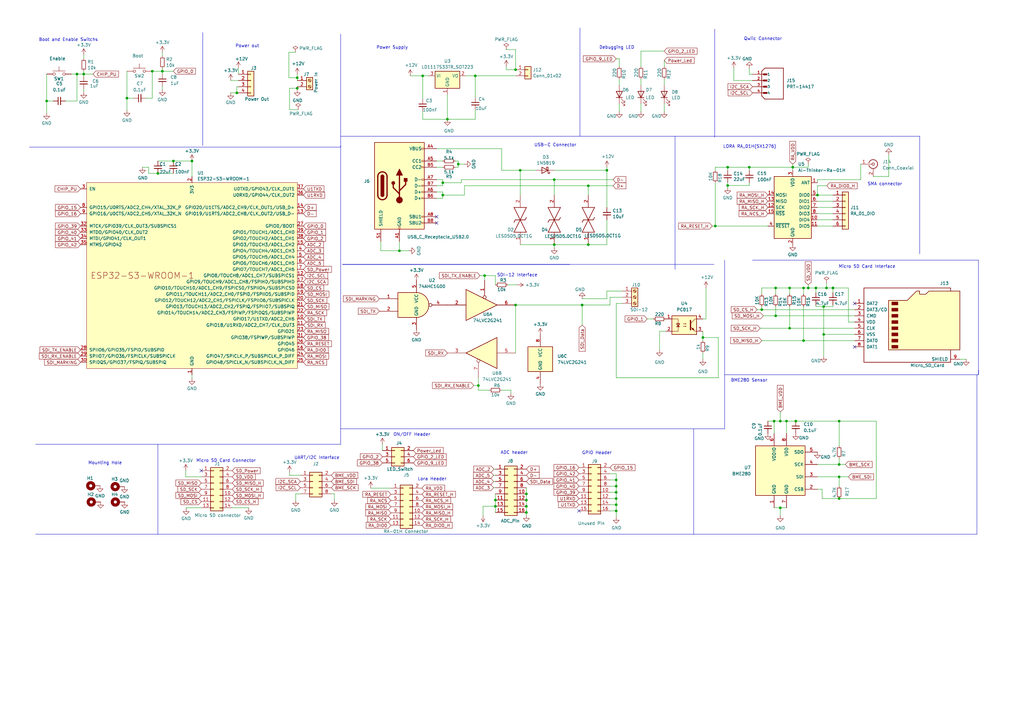
<source format=kicad_sch>
(kicad_sch (version 20231120) (generator "eeschema") (generator_version "8.0")
  (paper "A3")
  (title_block (title "MoleNet V6.1") (date "2024-09-26") (rev "2") (company "Comnets Uni Bremen") (comment 1 "Karun Raj Koloth") (comment 2 "Faruk Kollar"))
  (lib_symbols
    (symbol "+3.3V_1" (power) (pin_names (offset 0))
      (property "Value" "+3.3V_1" (at 0 3.556 0))
      (symbol "+3.3V_1_1_1"
        (pin power_in line (at 0 0 90) (length 0) hide (name "+3.3V") (number "1"))
      )
    )
    (symbol "+3.3V_2" (power) (pin_names (offset 0))
      (property "Value" "+3.3V_2" (at 0 3.556 0))
      (symbol "+3.3V_2_1_1"
        (pin power_in line (at 0 0 90) (length 0) hide (name "+3.3V") (number "1"))
      )
    )
    (symbol "+3.3V_3" (power) (pin_names (offset 0))
      (property "Value" "+3.3V_3" (at 0 3.556 0))
      (symbol "+3.3V_3_1_1"
        (pin power_in line (at 0 0 90) (length 0) hide (name "+3.3V") (number "1"))
      )
    )
    (symbol "+3.3V_5" (power) (pin_names (offset 0))
      (property "Value" "+3.3V_5" (at 0 3.556 0))
      (symbol "+3.3V_5_1_1"
        (pin power_in line (at 0 0 90) (length 0) hide (name "+3.3V") (number "1"))
      )
    )
    (symbol "74xGxx:74AHC1G00"
      (property "Reference" "U" (at -2.54 3.81 0))
      (property "Value" "74AHC1G00" (at 0 -3.81 0))
      (symbol "74AHC1G00_1_1"
        (pin input line (at -15.24 2.54 0) (length 7.62) (name "~") (number "1"))
        (pin input line (at -15.24 -2.54 0) (length 7.62) (name "~") (number "2"))
        (pin power_in line (at 0 -10.16 90) (length 5.08) (name "GND") (number "3"))
        (pin output inverted (at 12.7 0 180) (length 7.62) (name "~") (number "4"))
        (pin power_in line (at 0 10.16 270) (length 5.08) (name "VCC") (number "5"))
      )
    )
    (symbol "74xGxx:74LVC2G241"
      (property "Reference" "U" (at 2.54 5.08 0))
      (property "Value" "74LVC2G241" (at 2.54 -7.62 0))
      (symbol "74LVC2G241_1_1"
        (pin input inverted (at 0 10.16 270) (length 7.62) (name "~") (number "1"))
        (pin input line (at -15.24 0 0) (length 7.62) (name "~") (number "2"))
        (pin tri_state line (at 12.7 0 180) (length 7.62) (name "~") (number "6"))
      )
      (symbol "74LVC2G241_2_1"
        (pin tri_state line (at 12.7 0 180) (length 7.62) (name "~") (number "3"))
        (pin input line (at -15.24 0 0) (length 7.62) (name "~") (number "5"))
        (pin input inverted (at 0 10.16 270) (length 7.62) (name "~") (number "7"))
      )
      (symbol "74LVC2G241_3_1"
        (pin power_in line (at 0 -10.16 90) (length 5.08) (name "GND") (number "4"))
        (pin power_in line (at 0 10.16 270) (length 5.08) (name "VCC") (number "8"))
      )
    )
    (symbol "Connector:Conn_Coaxial" (pin_names (offset 1.016) hide)
      (property "Reference" "J" (at 0.254 3.048 0))
      (property "Value" "Conn_Coaxial" (at 2.921 0 90))
      (symbol "Conn_Coaxial_1_1"
        (pin passive line (at -5.08 0 0) (length 2.54) (name "In") (number "1"))
        (pin passive line (at 0 -5.08 90) (length 2.54) (name "Ext") (number "2"))
      )
    )
    (symbol "Connector:Micro_SD_Card" (pin_names (offset 1.016))
      (property "Reference" "J" (at -16.51 15.24 0))
      (property "Value" "Micro_SD_Card" (at 16.51 15.24 0))
      (symbol "Micro_SD_Card_1_1"
        (pin bidirectional line (at -22.86 7.62 0) (length 3.81) (name "DAT2") (number "1"))
        (pin bidirectional line (at -22.86 5.08 0) (length 3.81) (name "DAT3/CD") (number "2"))
        (pin input line (at -22.86 2.54 0) (length 3.81) (name "CMD") (number "3"))
        (pin power_in line (at -22.86 0 0) (length 3.81) (name "VDD") (number "4"))
        (pin input line (at -22.86 -2.54 0) (length 3.81) (name "CLK") (number "5"))
        (pin power_in line (at -22.86 -5.08 0) (length 3.81) (name "VSS") (number "6"))
        (pin bidirectional line (at -22.86 -7.62 0) (length 3.81) (name "DAT0") (number "7"))
        (pin bidirectional line (at -22.86 -10.16 0) (length 3.81) (name "DAT1") (number "8"))
        (pin passive line (at 20.32 -15.24 180) (length 3.81) (name "SHIELD") (number "9"))
      )
    )
    (symbol "Connector:Screw_Terminal_01x02" (pin_names (offset 1.016) hide)
      (property "Reference" "J14" (at -2.54 2.54 0))
      (property "Value" "Power In" (at 2.54 -5.08 90))
      (symbol "Screw_Terminal_01x02_1_1"
        (pin input line (at -5.08 0 0) (length 3.81) (name "Pin_1") (number "1"))
        (pin input line (at -5.08 -2.54 0) (length 3.81) (name "Pin_2") (number "2"))
      )
    )
    (symbol "Connector:Screw_Terminal_01x03" (pin_names (offset 1.016) hide)
      (property "Reference" "J" (at 0 5.08 0))
      (property "Value" "Screw_Terminal_01x03" (at 0 -5.08 0))
      (symbol "Screw_Terminal_01x03_1_1"
        (pin passive line (at -5.08 2.54 0) (length 3.81) (name "Pin_1") (number "1"))
        (pin passive line (at -5.08 0 0) (length 3.81) (name "Pin_2") (number "2"))
        (pin passive line (at -5.08 -2.54 0) (length 3.81) (name "Pin_3") (number "3"))
      )
    )
    (symbol "Connector:USB_C_Receptacle_USB2.0" (pin_names (offset 1.016))
      (property "Reference" "J" (at -10.16 19.05 0))
      (property "Value" "USB_C_Receptacle_USB2.0" (at 19.05 19.05 0))
      (symbol "USB_C_Receptacle_USB2.0_1_1"
        (pin passive line (at 0 -22.86 90) (length 5.08) (name "GND") (number "A1"))
        (pin passive line (at 0 -22.86 90) (length 5.08) hide (name "GND") (number "A12"))
        (pin passive line (at 15.24 15.24 180) (length 5.08) (name "VBUS") (number "A4"))
        (pin bidirectional line (at 15.24 10.16 180) (length 5.08) (name "CC1") (number "A5"))
        (pin bidirectional line (at 15.24 -2.54 180) (length 5.08) (name "D+") (number "A6"))
        (pin bidirectional line (at 15.24 2.54 180) (length 5.08) (name "D-") (number "A7"))
        (pin bidirectional line (at 15.24 -12.7 180) (length 5.08) (name "SBU1") (number "A8"))
        (pin passive line (at 15.24 15.24 180) (length 5.08) hide (name "VBUS") (number "A9"))
        (pin passive line (at 0 -22.86 90) (length 5.08) hide (name "GND") (number "B1"))
        (pin passive line (at 0 -22.86 90) (length 5.08) hide (name "GND") (number "B12"))
        (pin passive line (at 15.24 15.24 180) (length 5.08) hide (name "VBUS") (number "B4"))
        (pin bidirectional line (at 15.24 7.62 180) (length 5.08) (name "CC2") (number "B5"))
        (pin bidirectional line (at 15.24 -5.08 180) (length 5.08) (name "D+") (number "B6"))
        (pin bidirectional line (at 15.24 0 180) (length 5.08) (name "D-") (number "B7"))
        (pin bidirectional line (at 15.24 -15.24 180) (length 5.08) (name "SBU2") (number "B8"))
        (pin passive line (at 15.24 15.24 180) (length 5.08) hide (name "VBUS") (number "B9"))
        (pin passive line (at -7.62 -22.86 90) (length 5.08) (name "SHIELD") (number "S1"))
      )
    )
    (symbol "Connector_Generic:Conn_01x02" (pin_names (offset 1.016) hide)
      (property "Reference" "J" (at 0 2.54 0))
      (property "Value" "Conn_01x02" (at 0 -5.08 0))
      (symbol "Conn_01x02_1_1"
        (pin passive line (at -5.08 0 0) (length 3.81) (name "Pin_1") (number "1"))
        (pin passive line (at -5.08 -2.54 0) (length 3.81) (name "Pin_2") (number "2"))
      )
    )
    (symbol "Connector_Generic:Conn_01x04" (pin_names (offset 1.016) hide)
      (property "Reference" "J" (at 0 5.08 0))
      (property "Value" "Conn_01x04" (at 0 -7.62 0))
      (symbol "Conn_01x04_1_1"
        (pin passive line (at -5.08 2.54 0) (length 3.81) (name "Pin_1") (number "1"))
        (pin passive line (at -5.08 0 0) (length 3.81) (name "Pin_2") (number "2"))
        (pin passive line (at -5.08 -2.54 0) (length 3.81) (name "Pin_3") (number "3"))
        (pin passive line (at -5.08 -5.08 0) (length 3.81) (name "Pin_4") (number "4"))
      )
    )
    (symbol "Connector_Generic:Conn_01x06" (pin_names (offset 1.016) hide)
      (property "Reference" "J" (at 0 7.62 0))
      (property "Value" "Conn_01x06" (at 0 -10.16 0))
      (symbol "Conn_01x06_1_1"
        (pin passive line (at -5.08 5.08 0) (length 3.81) (name "Pin_1") (number "1"))
        (pin passive line (at -5.08 2.54 0) (length 3.81) (name "Pin_2") (number "2"))
        (pin passive line (at -5.08 0 0) (length 3.81) (name "Pin_3") (number "3"))
        (pin passive line (at -5.08 -2.54 0) (length 3.81) (name "Pin_4") (number "4"))
        (pin passive line (at -5.08 -5.08 0) (length 3.81) (name "Pin_5") (number "5"))
        (pin passive line (at -5.08 -7.62 0) (length 3.81) (name "Pin_6") (number "6"))
      )
    )
    (symbol "Connector_Generic:Conn_02x03_Top_Bottom" (pin_names (offset 1.016) hide)
      (property "Reference" "J5" (at 1.778 5.588 0))
      (property "Value" "LED_Switch" (at 2.159 -5.08 0))
      (symbol "Conn_02x03_Top_Bottom_1_1"
        (pin passive line (at -5.08 2.54 0) (length 3.81) (name "Pin_1") (number "1"))
        (pin passive line (at 7.62 2.54 180) (length 3.81) (name "Pin_4") (number "2"))
        (pin passive line (at -5.08 0 0) (length 3.81) (name "Pin_2") (number "3"))
        (pin passive line (at 7.62 0 180) (length 3.81) (name "Pin_5") (number "4"))
        (pin passive line (at -5.08 -2.54 0) (length 3.81) (name "Pin_3") (number "5"))
        (pin passive line (at 7.62 -2.54 180) (length 3.81) (name "Pin_6") (number "6"))
      )
    )
    (symbol "Connector_Generic:Conn_02x04_Top_Bottom" (pin_names (offset 1.016) hide)
      (property "Reference" "J12" (at 1.27 7.239 0))
      (property "Value" "I2C Interface" (at 1.524 -11.557 0))
      (symbol "Conn_02x04_Top_Bottom_1_1"
        (pin passive line (at -5.08 2.54 0) (length 3.81) (name "Pin_1") (number "1"))
        (pin passive line (at 7.62 2.54 180) (length 3.81) (name "Pin_5") (number "2"))
        (pin passive line (at -5.08 0 0) (length 3.81) (name "Pin_2") (number "3"))
        (pin passive line (at 7.62 0 180) (length 3.81) (name "Pin_6") (number "4"))
        (pin passive line (at -5.08 -2.54 0) (length 3.81) (name "Pin_3") (number "5"))
        (pin passive line (at 7.62 -2.54 180) (length 3.81) (name "Pin_7") (number "6"))
        (pin passive line (at -5.08 -5.08 0) (length 3.81) (name "Pin_4") (number "7"))
        (pin passive line (at 7.62 -5.08 180) (length 3.81) (name "Pin_8") (number "8"))
      )
    )
    (symbol "Connector_Generic:Conn_02x07_Odd_Even" (pin_names (offset 1.016) hide)
      (property "Reference" "J" (at 1.27 10.16 0))
      (property "Value" "Conn_02x07_Odd_Even" (at 1.27 -10.16 0))
      (symbol "Conn_02x07_Odd_Even_1_1"
        (pin passive line (at -5.08 7.62 0) (length 3.81) (name "Pin_1") (number "1"))
        (pin passive line (at 7.62 -2.54 180) (length 3.81) (name "Pin_10") (number "10"))
        (pin passive line (at -5.08 -5.08 0) (length 3.81) (name "Pin_11") (number "11"))
        (pin passive line (at 7.62 -5.08 180) (length 3.81) (name "Pin_12") (number "12"))
        (pin passive line (at -5.08 -7.62 0) (length 3.81) (name "Pin_13") (number "13"))
        (pin passive line (at 7.62 -7.62 180) (length 3.81) (name "Pin_14") (number "14"))
        (pin passive line (at 7.62 7.62 180) (length 3.81) (name "Pin_2") (number "2"))
        (pin passive line (at -5.08 5.08 0) (length 3.81) (name "Pin_3") (number "3"))
        (pin passive line (at 7.62 5.08 180) (length 3.81) (name "Pin_4") (number "4"))
        (pin passive line (at -5.08 2.54 0) (length 3.81) (name "Pin_5") (number "5"))
        (pin passive line (at 7.62 2.54 180) (length 3.81) (name "Pin_6") (number "6"))
        (pin passive line (at -5.08 0 0) (length 3.81) (name "Pin_7") (number "7"))
        (pin passive line (at 7.62 0 180) (length 3.81) (name "Pin_8") (number "8"))
        (pin passive line (at -5.08 -2.54 0) (length 3.81) (name "Pin_9") (number "9"))
      )
    )
    (symbol "Connector_Generic:Conn_02x08_Odd_Even" (pin_names (offset 1.016) hide)
      (property "Reference" "J" (at 1.27 10.16 0))
      (property "Value" "Conn_02x08_Odd_Even" (at 1.27 -12.7 0))
      (symbol "Conn_02x08_Odd_Even_1_1"
        (pin passive line (at -5.08 7.62 0) (length 3.81) (name "Pin_1") (number "1"))
        (pin passive line (at 7.62 -2.54 180) (length 3.81) (name "Pin_10") (number "10"))
        (pin passive line (at -5.08 -5.08 0) (length 3.81) (name "Pin_11") (number "11"))
        (pin passive line (at 7.62 -5.08 180) (length 3.81) (name "Pin_12") (number "12"))
        (pin passive line (at -5.08 -7.62 0) (length 3.81) (name "Pin_13") (number "13"))
        (pin passive line (at 7.62 -7.62 180) (length 3.81) (name "Pin_14") (number "14"))
        (pin passive line (at -5.08 -10.16 0) (length 3.81) (name "Pin_15") (number "15"))
        (pin passive line (at 7.62 -10.16 180) (length 3.81) (name "Pin_16") (number "16"))
        (pin passive line (at 7.62 7.62 180) (length 3.81) (name "Pin_2") (number "2"))
        (pin passive line (at -5.08 5.08 0) (length 3.81) (name "Pin_3") (number "3"))
        (pin passive line (at 7.62 5.08 180) (length 3.81) (name "Pin_4") (number "4"))
        (pin passive line (at -5.08 2.54 0) (length 3.81) (name "Pin_5") (number "5"))
        (pin passive line (at 7.62 2.54 180) (length 3.81) (name "Pin_6") (number "6"))
        (pin passive line (at -5.08 0 0) (length 3.81) (name "Pin_7") (number "7"))
        (pin passive line (at 7.62 0 180) (length 3.81) (name "Pin_8") (number "8"))
        (pin passive line (at -5.08 -2.54 0) (length 3.81) (name "Pin_9") (number "9"))
      )
    )
    (symbol "Device:C_Small" (pin_numbers hide) (pin_names (offset 0.254) hide)
      (property "Reference" "C" (at 0.254 1.778 0))
      (property "Value" "C_Small" (at 0.254 -2.032 0))
      (symbol "C_Small_1_1"
        (pin passive line (at 0 2.54 270) (length 2.032) (name "~") (number "1"))
        (pin passive line (at 0 -2.54 90) (length 2.032) (name "~") (number "2"))
      )
    )
    (symbol "Device:LED" (pin_numbers hide) (pin_names (offset 1.016) hide)
      (property "Reference" "D" (at 0 2.54 0))
      (property "Value" "LED" (at 0 -2.54 0))
      (symbol "LED_1_1"
        (pin passive line (at -3.81 0 0) (length 2.54) (name "K") (number "1"))
        (pin passive line (at 3.81 0 180) (length 2.54) (name "A") (number "2"))
      )
    )
    (symbol "Device:R_Small" (pin_numbers hide) (pin_names (offset 0.254) hide)
      (property "Reference" "R" (at 0.762 0.508 0))
      (property "Value" "R_Small" (at 0.762 -1.016 0))
      (symbol "R_Small_1_1"
        (pin passive line (at 0 2.54 270) (length 0.762) (name "~") (number "1"))
        (pin passive line (at 0 -2.54 90) (length 0.762) (name "~") (number "2"))
      )
    )
    (symbol "Diode:1N5819" (pin_numbers hide) (pin_names (offset 1.016) hide)
      (property "Reference" "D" (at 0 2.54 0))
      (property "Value" "1N5819" (at 0 -2.54 0))
      (symbol "1N5819_1_1"
        (pin passive line (at -3.81 0 0) (length 2.54) (name "K") (number "1"))
        (pin passive line (at 3.81 0 180) (length 2.54) (name "A") (number "2"))
      )
    )
    (symbol "GND_1" (power) (pin_names (offset 0))
      (property "Value" "GND_1" (at 0 -3.81 0))
      (symbol "GND_1_1_1"
        (pin power_in line (at 0 0 270) (length 0) hide (name "GND") (number "1"))
      )
    )
    (symbol "GND_10" (power) (pin_names (offset 0))
      (property "Value" "GND_10" (at 0 -3.81 0))
      (symbol "GND_10_1_1"
        (pin power_in line (at 0 0 270) (length 0) hide (name "GND") (number "1"))
      )
    )
    (symbol "GND_11" (power) (pin_names (offset 0))
      (property "Value" "GND_11" (at 0 -3.81 0))
      (symbol "GND_11_1_1"
        (pin power_in line (at 0 0 270) (length 0) hide (name "GND") (number "1"))
      )
    )
    (symbol "GND_12" (power) (pin_names (offset 0))
      (property "Value" "GND_12" (at 0 -3.81 0))
      (symbol "GND_12_1_1"
        (pin power_in line (at 0 0 270) (length 0) hide (name "GND") (number "1"))
      )
    )
    (symbol "GND_13" (power) (pin_names (offset 0))
      (property "Value" "GND_13" (at 0 -3.81 0))
      (symbol "GND_13_1_1"
        (pin power_in line (at 0 0 270) (length 0) hide (name "GND") (number "1"))
      )
    )
    (symbol "GND_14" (power) (pin_names (offset 0))
      (property "Value" "GND_14" (at 0 -3.81 0))
      (symbol "GND_14_1_1"
        (pin power_in line (at 0 0 270) (length 0) hide (name "GND") (number "1"))
      )
    )
    (symbol "GND_2" (power) (pin_names (offset 0))
      (property "Value" "GND_2" (at 0 -3.81 0))
      (symbol "GND_2_1_1"
        (pin power_in line (at 0 0 270) (length 0) hide (name "GND") (number "1"))
      )
    )
    (symbol "GND_3" (power) (pin_names (offset 0))
      (property "Value" "GND_3" (at 0 -3.81 0))
      (symbol "GND_3_1_1"
        (pin power_in line (at 0 0 270) (length 0) hide (name "GND") (number "1"))
      )
    )
    (symbol "GND_4" (power) (pin_names (offset 0))
      (property "Value" "GND_4" (at 0 -3.81 0))
      (symbol "GND_4_1_1"
        (pin power_in line (at 0 0 270) (length 0) hide (name "GND") (number "1"))
      )
    )
    (symbol "GND_5" (power) (pin_names (offset 0))
      (property "Value" "GND_5" (at 0 -3.81 0))
      (symbol "GND_5_1_1"
        (pin power_in line (at 0 0 270) (length 0) hide (name "GND") (number "1"))
      )
    )
    (symbol "GND_6" (power) (pin_names (offset 0))
      (property "Value" "GND_6" (at 0 -3.81 0))
      (symbol "GND_6_1_1"
        (pin power_in line (at 0 0 270) (length 0) hide (name "GND") (number "1"))
      )
    )
    (symbol "GND_7" (power) (pin_names (offset 0))
      (property "Value" "GND_7" (at 0 -3.81 0))
      (symbol "GND_7_1_1"
        (pin power_in line (at 0 0 270) (length 0) hide (name "GND") (number "1"))
      )
    )
    (symbol "GND_8" (power) (pin_names (offset 0))
      (property "Value" "GND_8" (at 0 -3.81 0))
      (symbol "GND_8_1_1"
        (pin power_in line (at 0 0 270) (length 0) hide (name "GND") (number "1"))
      )
    )
    (symbol "GND_9" (power) (pin_names (offset 0))
      (property "Value" "GND_9" (at 0 -3.81 0))
      (symbol "GND_9_1_1"
        (pin power_in line (at 0 0 270) (length 0) hide (name "GND") (number "1"))
      )
    )
    (symbol "Isolator:PC817" (pin_names (offset 1.016))
      (property "Reference" "U" (at -5.08 5.08 0))
      (property "Value" "PC817" (at 0 5.08 0))
      (symbol "PC817_1_1"
        (pin passive line (at -7.62 2.54 0) (length 2.54) (name "~") (number "1"))
        (pin passive line (at -7.62 -2.54 0) (length 2.54) (name "~") (number "2"))
        (pin passive line (at 7.62 -2.54 180) (length 2.54) (name "~") (number "3"))
        (pin passive line (at 7.62 2.54 180) (length 2.54) (name "~") (number "4"))
      )
    )
    (symbol "LESD5D5_0CT1G:LESD5D5.0CT1G" (pin_names hide)
      (property "Reference" "D" (at 12.7 8.89 0))
      (property "Value" "LESD5D5.0CT1G" (at 12.7 6.35 0))
      (symbol "LESD5D5.0CT1G_1_1"
        (pin passive line (at 0 0 0) (length 5.08) (name "1") (number "1"))
        (pin passive line (at 20.32 0 180) (length 5.08) (name "2") (number "2"))
      )
    )
    (symbol "Mechanical:MountingHole_Pad" (pin_numbers hide) (pin_names (offset 1.016) hide)
      (property "Reference" "H" (at 0 6.35 0))
      (property "Value" "MountingHole_Pad" (at 0 4.445 0))
      (symbol "MountingHole_Pad_1_1"
        (pin input line (at 0 -2.54 90) (length 2.54) (name "1") (number "1"))
      )
    )
    (symbol "PCM_Espressif:ESP32-S3-WROOM-1" (pin_names (offset 1.016))
      (property "Reference" "U" (at -43.18 43.18 0))
      (property "Value" "ESP32-S3-WROOM-1" (at -43.18 40.64 0))
      (symbol "ESP32-S3-WROOM-1_0_0"
        (text "ESP32-S3-WROOM-1" (at -20.32 0 0) (effects (font (size 2.54 2.54))))
        (pin power_in line (at 0 -40.64 90) (length 2.54) (name "GND") (number "1"))
        (pin bidirectional line (at 45.72 -17.78 180) (length 2.54) (name "GPIO17/U1TXD/ADC2_CH6") (number "10"))
        (pin bidirectional line (at 45.72 -20.32 180) (length 2.54) (name "GPIO18/U1RXD/ADC2_CH7/CLK_OUT3") (number "11"))
        (pin bidirectional line (at 45.72 0 180) (length 2.54) (name "GPIO8/TOUCH8/ADC1_CH7/SUBSPICS1") (number "12"))
        (pin bidirectional line (at 45.72 25.4 180) (length 2.54) (name "GPIO19/U1RTS/ADC2_CH8/CLK_OUT2/USB_D-") (number "13"))
        (pin bidirectional line (at 45.72 27.94 180) (length 2.54) (name "GPIO20/U1CTS/ADC2_CH9/CLK_OUT1/USB_D+") (number "14"))
        (pin bidirectional line (at 45.72 12.7 180) (length 2.54) (name "GPIO3/TOUCH3/ADC1_CH2") (number "15"))
        (pin bidirectional line (at 45.72 -30.48 180) (length 2.54) (name "GPIO46") (number "16"))
        (pin bidirectional line (at 45.72 -2.54 180) (length 2.54) (name "GPIO9/TOUCH9/ADC1_CH8/FSPIHD/SUBSPIHD") (number "17"))
        (pin bidirectional line (at 45.72 -5.08 180) (length 2.54) (name "GPIO10/TOUCH10/ADC1_CH9/FSPICS0/FSPIIO4/SUBSPICS0") (number "18"))
        (pin bidirectional line (at 45.72 -7.62 180) (length 2.54) (name "GPIO11/TOUCH11/ADC2_CH0/FSPID/FSPIIO5/SUBSPID") (number "19"))
        (pin power_in line (at 0 40.64 270) (length 2.54) (name "3V3") (number "2"))
        (pin bidirectional line (at 45.72 -10.16 180) (length 2.54) (name "GPIO12/TOUCH12/ADC2_CH1/FSPICLK/FSPIIO6/SUBSPICLK") (number "20"))
        (pin bidirectional line (at 45.72 -12.7 180) (length 2.54) (name "GPIO13/TOUCH13/ADC2_CH2/FSPIQ/FSPIIO7/SUBSPIQ") (number "21"))
        (pin bidirectional line (at 45.72 -15.24 180) (length 2.54) (name "GPIO14/TOUCH14/ADC2_CH3/FSPIWP/FSPIDQS/SUBSPIWP") (number "22"))
        (pin bidirectional line (at 45.72 -22.86 180) (length 2.54) (name "GPIO21") (number "23"))
        (pin bidirectional line (at 45.72 -33.02 180) (length 2.54) (name "GPIO47/SPICLK_P/SUBSPICLK_P_DIFF") (number "24"))
        (pin bidirectional line (at 45.72 -35.56 180) (length 2.54) (name "GPIO48/SPICLK_N/SUBSPICLK_N_DIFF") (number "25"))
        (pin bidirectional line (at 45.72 -27.94 180) (length 2.54) (name "GPIO45") (number "26"))
        (pin bidirectional line (at 45.72 20.32 180) (length 2.54) (name "GPIO0/BOOT") (number "27"))
        (pin bidirectional line (at -45.72 -30.48 0) (length 2.54) (name "SPIIO6/GPIO35/FSPID/SUBSPID") (number "28"))
        (pin bidirectional line (at -45.72 -33.02 0) (length 2.54) (name "SPIIO7/GPIO36/FSPICLK/SUBSPICLK") (number "29"))
        (pin input line (at -45.72 35.56 0) (length 2.54) (name "EN") (number "3"))
        (pin bidirectional line (at -45.72 -35.56 0) (length 2.54) (name "SPIDQS/GPIO37/FSPIQ/SUBSPIQ") (number "30"))
        (pin bidirectional line (at 45.72 -25.4 180) (length 2.54) (name "GPIO38/FSPIWP/SUBSPIWP") (number "31"))
        (pin bidirectional line (at -45.72 20.32 0) (length 2.54) (name "MTCK/GPIO39/CLK_OUT3/SUBSPICS1") (number "32"))
        (pin bidirectional line (at -45.72 17.78 0) (length 2.54) (name "MTDO/GPIO40/CLK_OUT2") (number "33"))
        (pin bidirectional line (at -45.72 15.24 0) (length 2.54) (name "MTDI/GPIO41/CLK_OUT1") (number "34"))
        (pin bidirectional line (at -45.72 12.7 0) (length 2.54) (name "MTMS/GPIO42") (number "35"))
        (pin bidirectional line (at 45.72 33.02 180) (length 2.54) (name "U0RXD/GPIO44/CLK_OUT2") (number "36"))
        (pin bidirectional line (at 45.72 35.56 180) (length 2.54) (name "U0TXD/GPIO43/CLK_OUT1") (number "37"))
        (pin bidirectional line (at 45.72 15.24 180) (length 2.54) (name "GPIO2/TOUCH2/ADC1_CH1") (number "38"))
        (pin bidirectional line (at 45.72 17.78 180) (length 2.54) (name "GPIO1/TOUCH1/ADC1_CH0") (number "39"))
        (pin bidirectional line (at 45.72 10.16 180) (length 2.54) (name "GPIO4/TOUCH4/ADC1_CH3") (number "4"))
        (pin passive line (at 0 -40.64 90) (length 2.54) hide (name "GND") (number "40"))
        (pin passive line (at 0 -40.64 90) (length 2.54) hide (name "GND") (number "41"))
        (pin bidirectional line (at 45.72 7.62 180) (length 2.54) (name "GPIO5/TOUCH5/ADC1_CH4") (number "5"))
        (pin bidirectional line (at 45.72 5.08 180) (length 2.54) (name "GPIO6/TOUCH6/ADC1_CH5") (number "6"))
        (pin bidirectional line (at 45.72 2.54 180) (length 2.54) (name "GPIO7/TOUCH7/ADC1_CH6") (number "7"))
        (pin bidirectional line (at -45.72 27.94 0) (length 2.54) (name "GPIO15/U0RTS/ADC2_CH4/XTAL_32K_P") (number "8"))
        (pin bidirectional line (at -45.72 25.4 0) (length 2.54) (name "GPIO16/U0CTS/ADC2_CH5/XTAL_32K_N") (number "9"))
      )
    )
    (symbol "PRT-14417:PRT-14417" (pin_names (offset 1.016))
      (property "Reference" "J" (at -2.54 8.382 0))
      (property "Value" "PRT-14417" (at -2.54 -7.62 0))
      (symbol "PRT-14417_0_0"
        (pin passive line (at -7.62 5.08 0) (length 5.08) (name "1") (number "1"))
        (pin passive line (at -7.62 2.54 0) (length 5.08) (name "2") (number "2"))
        (pin passive line (at -7.62 0 0) (length 5.08) (name "3") (number "3"))
        (pin passive line (at -7.62 -2.54 0) (length 5.08) (name "4") (number "4"))
      )
    )
    (symbol "PWR_FLAG_1" (power) (pin_numbers hide) (pin_names (offset 0) hide)
      (property "Value" "PWR_FLAG_1" (at 0 3.81 0))
      (symbol "PWR_FLAG_1_0_0"
        (pin power_out line (at 0 0 90) (length 0) (name "pwr") (number "1"))
      )
    )
    (symbol "PWR_FLAG_2" (power) (pin_numbers hide) (pin_names (offset 0) hide)
      (property "Value" "PWR_FLAG_2" (at 0 3.81 0))
      (symbol "PWR_FLAG_2_0_0"
        (pin power_out line (at 0 0 90) (length 0) (name "pwr") (number "1"))
      )
    )
    (symbol "PWR_FLAG_3" (power) (pin_numbers hide) (pin_names (offset 0) hide)
      (property "Value" "PWR_FLAG_3" (at 0 3.81 0))
      (symbol "PWR_FLAG_3_0_0"
        (pin power_out line (at 0 0 90) (length 0) (name "pwr") (number "1"))
      )
    )
    (symbol "RF_Module:Ai-Thinker-Ra-01"
      (property "Reference" "U" (at 2.54 17.78 0))
      (property "Value" "Ai-Thinker-Ra-01" (at 13.97 -15.24 0))
      (symbol "Ai-Thinker-Ra-01_1_1"
        (pin passive line (at 10.16 10.16 180) (length 2.54) (name "ANT") (number "1"))
        (pin bidirectional line (at 10.16 -5.08 180) (length 2.54) (name "DIO4") (number "10"))
        (pin bidirectional line (at 10.16 -7.62 180) (length 2.54) (name "DIO5") (number "11"))
        (pin input line (at -10.16 0 0) (length 2.54) (name "SCK") (number "12"))
        (pin output line (at -10.16 2.54 0) (length 2.54) (name "MISO") (number "13"))
        (pin input line (at -10.16 5.08 0) (length 2.54) (name "MOSI") (number "14"))
        (pin input line (at -10.16 -2.54 0) (length 2.54) (name "~{NSS}") (number "15"))
        (pin passive line (at 0 -15.24 90) (length 2.54) hide (name "GND") (number "16"))
        (pin power_in line (at 0 -15.24 90) (length 2.54) (name "GND") (number "2"))
        (pin power_in line (at 0 15.24 270) (length 2.54) (name "VDD") (number "3"))
        (pin input line (at -10.16 -7.62 0) (length 2.54) (name "~{RESET}") (number "4"))
        (pin bidirectional line (at 10.16 5.08 180) (length 2.54) (name "DIO0") (number "5"))
        (pin bidirectional line (at 10.16 2.54 180) (length 2.54) (name "DIO1") (number "6"))
        (pin bidirectional line (at 10.16 0 180) (length 2.54) (name "DIO2") (number "7"))
        (pin bidirectional line (at 10.16 -2.54 180) (length 2.54) (name "DIO3") (number "8"))
        (pin passive line (at 0 -15.24 90) (length 2.54) hide (name "GND") (number "9"))
      )
    )
    (symbol "Regulator_Linear:LD1117S33TR_SOT223"
      (property "Reference" "U" (at -3.81 3.175 0))
      (property "Value" "LD1117S33TR_SOT223" (at 0 3.175 0))
      (symbol "LD1117S33TR_SOT223_1_1"
        (pin power_in line (at 0 -7.62 90) (length 2.54) (name "GND") (number "1"))
        (pin power_out line (at 7.62 0 180) (length 2.54) (name "VO") (number "2"))
        (pin power_in line (at -7.62 0 0) (length 2.54) (name "VI") (number "3"))
      )
    )
    (symbol "Sensor:BME280"
      (property "Reference" "U" (at -8.89 11.43 0))
      (property "Value" "BME280" (at 7.62 11.43 0))
      (symbol "BME280_1_1"
        (pin power_in line (at -2.54 -15.24 90) (length 5.08) (name "GND") (number "1"))
        (pin input line (at 15.24 -7.62 180) (length 5.08) (name "CSB") (number "2"))
        (pin bidirectional line (at 15.24 -2.54 180) (length 5.08) (name "SDI") (number "3"))
        (pin input line (at 15.24 2.54 180) (length 5.08) (name "SCK") (number "4"))
        (pin bidirectional line (at 15.24 7.62 180) (length 5.08) (name "SDO") (number "5"))
        (pin power_in line (at -2.54 15.24 270) (length 5.08) (name "VDDIO") (number "6"))
        (pin power_in line (at 2.54 -15.24 90) (length 5.08) (name "GND") (number "7"))
        (pin power_in line (at 2.54 15.24 270) (length 5.08) (name "VDD") (number "8"))
      )
    )
    (symbol "Switch:SW_Push" (pin_numbers hide) (pin_names (offset 1.016) hide)
      (property "Reference" "SW" (at 1.27 2.54 0))
      (property "Value" "SW_Push" (at 0 -1.524 0))
      (symbol "SW_Push_0_1"
        (pin passive line (at -5.08 0 0) (length 2.54) (name "1") (number "1"))
        (pin passive line (at 5.08 0 180) (length 2.54) (name "2") (number "2"))
      )
    )
    (symbol "power:+12V" (power) (pin_names (offset 0))
      (property "Value" "+12V" (at 0 3.556 0))
      (symbol "+12V_1_1"
        (pin power_in line (at 0 0 90) (length 0) hide (name "+12V") (number "1"))
      )
    )
    (symbol "power:GND" (power) (pin_names (offset 0))
      (property "Value" "GND" (at 0 -3.81 0))
      (symbol "GND_1_1"
        (pin power_in line (at 0 0 270) (length 0) hide (name "GND") (number "1"))
      )
    )
    (symbol "power:PWR_FLAG" (power) (pin_numbers hide) (pin_names (offset 0) hide)
      (property "Value" "PWR_FLAG" (at 0 3.81 0))
      (symbol "PWR_FLAG_0_0"
        (pin power_out line (at 0 0 90) (length 0) (name "pwr") (number "1"))
      )
    )
  )
  (junction (at 252.73 196.85))
  (junction (at 331.4954 118.11))
  (junction (at 320.04 172.72))
  (junction (at 344.17 172.72))
  (junction (at 323.85 118.11))
  (junction (at 163.83 102.87))
  (junction (at 34.3408 30.3784))
  (junction (at 298.45 76.073))
  (junction (at 78.74 66.04))
  (junction (at 344.17 204.47))
  (junction (at 173.355 31.115))
  (junction (at 52.07 40.259))
  (junction (at 62.4586 29.21))
  (junction (at 318.135 129.54))
  (junction (at 252.73 204.47))
  (junction (at 241.3 100.33))
  (junction (at 298.45 68.58))
  (junction (at 252.73 201.93))
  (junction (at 322.58 172.72))
  (junction (at 344.17 190.5))
  (junction (at 326.39 172.72))
  (junction (at 252.73 207.01))
  (junction (at 307.34 68.58))
  (junction (at 196.215 158.115))
  (junction (at 318.135 118.11))
  (junction (at 337.82 125.73))
  (junction (at 97.155 38.1))
  (junction (at 203.2 207.645))
  (junction (at 344.17 195.58))
  (junction (at 227.33 73.66))
  (junction (at 213.36 69.85))
  (junction (at 335.28 80.01))
  (junction (at 31.5722 30.3784))
  (junction (at 312.42 127))
  (junction (at 71.12 66.04))
  (junction (at 288.29 138.43))
  (junction (at 183.515 48.895))
  (junction (at 215.9 205.105))
  (junction (at 187.96 67.31))
  (junction (at 248.92 69.85))
  (junction (at 215.9 202.565))
  (junction (at 215.9 207.645))
  (junction (at 329.565 118.11))
  (junction (at 19.1262 41.4274))
  (junction (at 215.9 210.185))
  (junction (at 203.2 205.105))
  (junction (at 194.945 31.115))
  (junction (at 252.73 199.39))
  (junction (at 66.5988 29.21))
  (junction (at 211.455 28.575))
  (junction (at 325.12 68.58))
  (junction (at 252.73 209.55))
  (junction (at 329.565 139.7))
  (junction (at 181.61 80.01))
  (junction (at 181.61 74.93))
  (junction (at 337.82 137.16))
  (junction (at 121.92 31.877))
  (junction (at 198.755 113.03))
  (junction (at 293.37 92.71))
  (junction (at 121.92 36.195))
  (junction (at 323.85 134.62))
  (junction (at 334.645 118.11))
  (junction (at 317.5 172.72))
  (junction (at 241.3 76.2))
  (junction (at 227.33 100.33))
  (junction (at 320.04 208.28))
  (junction (at 211.455 125.095))
  (junction (at 238.76 125.095))
  (junction (at 64.77 71.12))
  (junction (at 341.63 118.11))
  (junction (at 338.9884 118.11))
  (no_connect (at 350.52 142.24))
  (no_connect (at 350.52 124.46))
  (no_connect (at 179.07 88.9))
  (no_connect (at 179.07 91.44))
  (no_connect (at 237.49 209.55))
  (no_connect (at 82.55 193.04))
  (wire (pts (xy 325.12 67.31) (xy 325.12 68.58)))
  (wire (pts (xy 251.46 76.2) (xy 241.3 76.2)))
  (wire (pts (xy 179.07 76.2) (xy 181.61 76.2)))
  (wire (pts (xy 215.9 200.025) (xy 215.9 202.565)))
  (wire (pts (xy 29.2862 30.3784) (xy 31.5722 30.3784)))
  (wire (pts (xy 173.355 31.115) (xy 168.275 31.115)))
  (wire (pts (xy 66.5988 29.21) (xy 66.5988 30.3784)))
  (wire (pts (xy 344.17 195.58) (xy 347.98 195.58)))
  (wire (pts (xy 60.96 68.58) (xy 60.96 71.12)))
  (wire (pts (xy 187.96 68.58) (xy 186.69 68.58)))
  (polyline (pts (xy 400.685 219.075) (xy 400.685 153.67)))
  (wire (pts (xy 248.92 122.555) (xy 238.76 122.555)))
  (wire (pts (xy 202.438 197.485) (xy 203.2 197.485)))
  (wire (pts (xy 335.28 82.55) (xy 341.63 82.55)))
  (wire (pts (xy 95.25 208.28) (xy 102.0064 208.28)))
  (wire (pts (xy 248.92 119.38) (xy 248.92 122.555)))
  (wire (pts (xy 179.07 66.04) (xy 181.61 66.04)))
  (wire (pts (xy 265.43 130.81) (xy 267.97 130.81)))
  (wire (pts (xy 173.355 31.115) (xy 175.895 31.115)))
  (wire (pts (xy 181.61 76.2) (xy 181.61 74.93)))
  (wire (pts (xy 298.45 68.58) (xy 307.34 68.58)))
  (wire (pts (xy 254 24.13) (xy 254 27.305)))
  (wire (pts (xy 335.28 73.66) (xy 335.28 74.93)))
  (wire (pts (xy 97.79 30.48) (xy 97.79 27.94)))
  (wire (pts (xy 337.82 137.16) (xy 337.82 146.05)))
  (wire (pts (xy 317.5 172.72) (xy 314.96 172.72)))
  (wire (pts (xy 203.2 116.84) (xy 203.2 113.03)))
  (wire (pts (xy 262.89 42.545) (xy 262.89 45.72)))
  (wire (pts (xy 307.34 68.58) (xy 307.34 69.85)))
  (wire (pts (xy 208.28 116.84) (xy 212.09 116.84)))
  (wire (pts (xy 252.73 154.94) (xy 294.64 154.94)))
  (wire (pts (xy 207.645 27.305) (xy 207.645 28.575)))
  (wire (pts (xy 335.28 195.58) (xy 344.17 195.58)))
  (polyline (pts (xy 14.605 182.245) (xy 139.7 182.245)))
  (wire (pts (xy 250.19 201.93) (xy 252.73 201.93)))
  (wire (pts (xy 238.76 125.095) (xy 238.76 133.35)))
  (wire (pts (xy 350.52 129.54) (xy 318.135 129.54)))
  (wire (pts (xy 58.42 68.58) (xy 60.96 68.58)))
  (wire (pts (xy 317.5 208.28) (xy 320.04 208.28)))
  (wire (pts (xy 322.58 172.72) (xy 326.39 172.72)))
  (polyline (pts (xy 284.48 175.895) (xy 284.48 219.075)))
  (wire (pts (xy 62.4586 40.259) (xy 59.8424 40.259)))
  (wire (pts (xy 64.77 66.04) (xy 71.12 66.04)))
  (wire (pts (xy 353.06 73.66) (xy 353.06 67.31)))
  (polyline (pts (xy 237.871 55.88) (xy 377.19 55.88)))
  (wire (pts (xy 152.0444 200.2028) (xy 160.3248 200.2028)))
  (wire (pts (xy 186.69 66.04) (xy 187.96 66.04)))
  (wire (pts (xy 307.34 76.073) (xy 298.45 76.073)))
  (wire (pts (xy 181.61 80.01) (xy 181.61 78.74)))
  (wire (pts (xy 121.92 30.48) (xy 121.92 31.877)))
  (wire (pts (xy 241.3 80.01) (xy 241.3 76.2)))
  (wire (pts (xy 312.42 120.65) (xy 312.42 118.11)))
  (wire (pts (xy 121.92 36.195) (xy 121.92 36.83)))
  (wire (pts (xy 213.36 69.85) (xy 213.36 80.01)))
  (wire (pts (xy 198.12 207.645) (xy 198.12 211.455)))
  (wire (pts (xy 293.37 92.71) (xy 314.96 92.71)))
  (wire (pts (xy 135.89 202.565) (xy 137.16 202.565)))
  (wire (pts (xy 227.33 69.85) (xy 248.92 69.85)))
  (wire (pts (xy 293.37 68.58) (xy 293.37 69.85)))
  (wire (pts (xy 331.47 68.58) (xy 325.12 68.58)))
  (wire (pts (xy 307.34 30.48) (xy 307.34 27.94)))
  (wire (pts (xy 359.41 172.72) (xy 344.17 172.72)))
  (wire (pts (xy 203.2 207.645) (xy 203.2 210.185)))
  (wire (pts (xy 250.19 204.47) (xy 252.73 204.47)))
  (wire (pts (xy 337.82 125.73) (xy 341.63 125.73)))
  (wire (pts (xy 52.07 40.259) (xy 52.07 29.21)))
  (polyline (pts (xy 139.7 13.97) (xy 139.7 60.325)))
  (wire (pts (xy 298.45 76.9874) (xy 298.45 76.073)))
  (wire (pts (xy 250.19 207.01) (xy 252.73 207.01)))
  (wire (pts (xy 318.135 118.11) (xy 323.85 118.11)))
  (wire (pts (xy 329.565 118.11) (xy 331.4954 118.11)))
  (wire (pts (xy 334.645 118.11) (xy 338.9884 118.11)))
  (wire (pts (xy 189.23 74.93) (xy 181.61 74.93)))
  (wire (pts (xy 248.92 69.85) (xy 248.92 85.09)))
  (wire (pts (xy 298.45 68.58) (xy 293.37 68.58)))
  (wire (pts (xy 34.3408 30.3784) (xy 34.3408 31.3944)))
  (wire (pts (xy 329.565 139.7) (xy 350.52 139.7)))
  (wire (pts (xy 317.5 172.72) (xy 320.04 172.72)))
  (wire (pts (xy 76.3524 208.28) (xy 82.55 208.28)))
  (wire (pts (xy 215.9 205.105) (xy 215.9 207.645)))
  (polyline (pts (xy 401.32 106.68) (xy 401.32 153.67)))
  (wire (pts (xy 320.04 208.28) (xy 320.04 211.455)))
  (wire (pts (xy 19.1262 46.3804) (xy 19.1262 41.4274)))
  (polyline (pts (xy 237.871 11.43) (xy 237.871 55.88)))
  (wire (pts (xy 194.31 158.115) (xy 196.215 158.115)))
  (wire (pts (xy 252.73 201.93) (xy 252.73 204.47)))
  (wire (pts (xy 118.491 31.877) (xy 121.92 31.877)))
  (wire (pts (xy 250.19 196.85) (xy 252.73 196.85)))
  (wire (pts (xy 292.1 92.71) (xy 293.37 92.71)))
  (wire (pts (xy 289.56 130.81) (xy 288.29 130.81)))
  (wire (pts (xy 341.63 120.015) (xy 341.63 118.11)))
  (wire (pts (xy 289.56 118.11) (xy 289.56 130.81)))
  (wire (pts (xy 181.61 78.74) (xy 179.07 78.74)))
  (wire (pts (xy 118.745 44.958) (xy 118.745 36.195)))
  (wire (pts (xy 78.74 153.67) (xy 78.74 155.194)))
  (wire (pts (xy 254 42.545) (xy 254 45.72)))
  (wire (pts (xy 202.438 194.945) (xy 203.2 194.945)))
  (wire (pts (xy 118.745 194.945) (xy 123.19 194.945)))
  (wire (pts (xy 335.28 85.09) (xy 341.63 85.09)))
  (polyline (pts (xy 64.77 219.075) (xy 222.25 219.075)))
  (wire (pts (xy 179.07 73.66) (xy 181.61 73.66)))
  (wire (pts (xy 241.3 100.33) (xy 248.92 100.33)))
  (wire (pts (xy 294.64 138.43) (xy 288.29 138.43)))
  (wire (pts (xy 344.17 204.47) (xy 359.41 204.47)))
  (wire (pts (xy 335.28 73.66) (xy 353.06 73.66)))
  (wire (pts (xy 347.98 132.08) (xy 347.98 118.11)))
  (wire (pts (xy 62.4586 29.21) (xy 66.5988 29.21)))
  (wire (pts (xy 326.39 172.72) (xy 344.17 172.72)))
  (wire (pts (xy 97.79 33.02) (xy 94.615 33.02)))
  (wire (pts (xy 252.73 207.01) (xy 252.73 209.55)))
  (wire (pts (xy 173.355 45.72) (xy 173.355 48.895)))
  (wire (pts (xy 76.2 195.58) (xy 82.55 195.58)))
  (polyline (pts (xy 284.48 219.075) (xy 400.685 219.075)))
  (wire (pts (xy 341.63 118.11) (xy 347.98 118.11)))
  (wire (pts (xy 335.28 90.17) (xy 341.63 90.17)))
  (wire (pts (xy 118.745 193.675) (xy 118.745 194.945)))
  (wire (pts (xy 250.19 121.92) (xy 250.19 125.095)))
  (wire (pts (xy 273.05 135.89) (xy 270.51 135.89)))
  (wire (pts (xy 337.82 137.16) (xy 337.82 125.73)))
  (wire (pts (xy 300.99 33.02) (xy 300.99 27.94)))
  (wire (pts (xy 293.37 74.93) (xy 293.37 92.71)))
  (wire (pts (xy 173.355 31.115) (xy 173.355 40.64)))
  (wire (pts (xy 64.77 71.12) (xy 71.12 71.12)))
  (wire (pts (xy 359.41 204.47) (xy 359.41 172.72)))
  (wire (pts (xy 335.28 92.71) (xy 341.63 92.71)))
  (wire (pts (xy 209.55 160.02) (xy 209.55 161.29)))
  (wire (pts (xy 198.755 113.03) (xy 198.755 114.935)))
  (wire (pts (xy 62.4586 29.21) (xy 62.4586 40.259)))
  (wire (pts (xy 318.135 125.73) (xy 318.135 129.54)))
  (wire (pts (xy 203.2 207.645) (xy 198.12 207.645)))
  (wire (pts (xy 250.19 199.39) (xy 252.73 199.39)))
  (polyline (pts (xy 83.185 13.335) (xy 83.185 59.69)))
  (wire (pts (xy 121.92 35.56) (xy 121.92 36.195)))
  (wire (pts (xy 252.73 204.47) (xy 252.73 207.01)))
  (wire (pts (xy 325.12 68.58) (xy 325.12 69.85)))
  (polyline (pts (xy 293.116 11.938) (xy 293.116 56.388)))
  (wire (pts (xy 203.2 202.565) (xy 203.2 205.105)))
  (wire (pts (xy 322.58 177.8) (xy 322.58 172.72)))
  (wire (pts (xy 350.52 137.16) (xy 337.82 137.16)))
  (wire (pts (xy 137.16 202.565) (xy 137.16 205.105)))
  (polyline (pts (xy 401.32 151.765) (xy 401.32 153.67)))
  (wire (pts (xy 194.945 31.115) (xy 211.455 31.115)))
  (wire (pts (xy 34.3408 29.1084) (xy 34.3408 30.3784)))
  (wire (pts (xy 189.23 73.66) (xy 189.23 74.93)))
  (wire (pts (xy 323.85 125.73) (xy 323.85 134.62)))
  (wire (pts (xy 311.785 134.62) (xy 323.85 134.62)))
  (wire (pts (xy 288.29 144.78) (xy 288.29 147.32)))
  (wire (pts (xy 312.42 125.73) (xy 312.42 127)))
  (wire (pts (xy 215.9 202.565) (xy 215.9 205.105)))
  (wire (pts (xy 118.745 36.195) (xy 121.92 36.195)))
  (wire (pts (xy 329.565 125.73) (xy 329.565 139.7)))
  (wire (pts (xy 339.09 76.2) (xy 335.28 76.2)))
  (wire (pts (xy 329.565 120.65) (xy 329.565 118.11)))
  (wire (pts (xy 205.74 160.02) (xy 209.55 160.02)))
  (wire (pts (xy 179.07 81.28) (xy 181.61 81.28)))
  (polyline (pts (xy 276.86 55.88) (xy 276.86 110.49)))
  (wire (pts (xy 248.92 68.58) (xy 248.92 69.85)))
  (wire (pts (xy 205.74 69.85) (xy 213.36 69.85)))
  (polyline (pts (xy 139.7 55.88) (xy 237.871 55.88)))
  (wire (pts (xy 334.645 118.11) (xy 334.645 120.015)))
  (wire (pts (xy 207.645 28.575) (xy 211.455 28.575)))
  (wire (pts (xy 19.1262 41.4274) (xy 21.8186 41.4274)))
  (wire (pts (xy 156.21 99.06) (xy 156.21 102.87)))
  (wire (pts (xy 227.33 100.33) (xy 241.3 100.33)))
  (wire (pts (xy 102.0064 208.28) (xy 102.0064 208.3308)))
  (wire (pts (xy 335.28 87.63) (xy 341.63 87.63)))
  (wire (pts (xy 364.49 63.5) (xy 364.49 72.39)))
  (wire (pts (xy 62.23 29.21) (xy 62.4586 29.21)))
  (wire (pts (xy 31.5722 30.3784) (xy 34.3408 30.3784)))
  (wire (pts (xy 31.5722 41.4274) (xy 31.5722 30.3784)))
  (wire (pts (xy 194.945 40.005) (xy 194.945 31.115)))
  (wire (pts (xy 26.8986 41.4274) (xy 31.5722 41.4274)))
  (polyline (pts (xy 377.19 55.88) (xy 377.19 104.14)))
  (wire (pts (xy 219.71 69.85) (xy 213.36 69.85)))
  (wire (pts (xy 298.45 76.073) (xy 298.45 74.93)))
  (wire (pts (xy 97.155 35.56) (xy 97.155 38.1)))
  (polyline (pts (xy 297.18 175.895) (xy 139.7 175.895)))
  (wire (pts (xy 250.19 209.55) (xy 252.73 209.55)))
  (wire (pts (xy 97.155 38.1) (xy 94.615 38.1)))
  (wire (pts (xy 307.34 74.93) (xy 307.34 76.073)))
  (wire (pts (xy 350.52 132.08) (xy 347.98 132.08)))
  (wire (pts (xy 334.645 125.73) (xy 337.82 125.73)))
  (wire (pts (xy 255.27 119.38) (xy 248.92 119.38)))
  (wire (pts (xy 66.5988 36.7538) (xy 66.5988 35.4584)))
  (polyline (pts (xy 401.32 153.67) (xy 297.18 153.67)))
  (wire (pts (xy 190.5 76.2) (xy 190.5 80.01)))
  (wire (pts (xy 294.64 154.94) (xy 294.64 138.43)))
  (wire (pts (xy 183.515 48.895) (xy 183.515 38.735)))
  (wire (pts (xy 272.415 32.385) (xy 272.415 34.925)))
  (wire (pts (xy 318.135 120.65) (xy 318.135 118.11)))
  (wire (pts (xy 252.73 196.85) (xy 252.73 199.39)))
  (wire (pts (xy 121.285 202.565) (xy 121.285 205.105)))
  (wire (pts (xy 66.5988 21.5138) (xy 66.5988 23.0124)))
  (wire (pts (xy 238.76 125.095) (xy 250.19 125.095)))
  (wire (pts (xy 341.63 125.73) (xy 341.63 125.095)))
  (wire (pts (xy 181.61 81.28) (xy 181.61 80.01)))
  (wire (pts (xy 272.415 20.955) (xy 262.89 20.955)))
  (wire (pts (xy 262.89 20.955) (xy 262.89 27.305)))
  (wire (pts (xy 121.158 21.463) (xy 118.491 21.463)))
  (wire (pts (xy 272.415 27.305) (xy 272.415 24.765)))
  (polyline (pts (xy 64.77 182.245) (xy 64.77 219.075)))
  (wire (pts (xy 288.29 138.43) (xy 288.29 139.7)))
  (wire (pts (xy 393.7 147.32) (xy 396.24 147.32)))
  (wire (pts (xy 364.49 72.39) (xy 358.14 72.39)))
  (wire (pts (xy 344.17 204.47) (xy 337.185 204.47)))
  (wire (pts (xy 34.3408 30.3784) (xy 38.1508 30.3784)))
  (polyline (pts (xy 12.065 60.325) (xy 139.7 60.325)))
  (wire (pts (xy 66.5988 28.0924) (xy 66.5988 29.21)))
  (wire (pts (xy 121.92 31.877) (xy 121.92 33.02)))
  (wire (pts (xy 227.33 100.33) (xy 227.33 101.6)))
  (wire (pts (xy 248.92 100.33) (xy 248.92 90.17)))
  (wire (pts (xy 78.74 66.04) (xy 78.74 72.39)))
  (wire (pts (xy 34.3408 22.5298) (xy 34.3408 24.0284)))
  (wire (pts (xy 207.645 20.32) (xy 211.455 20.32)))
  (wire (pts (xy 252.73 209.55) (xy 252.73 212.09)))
  (wire (pts (xy 215.9 207.645) (xy 215.9 210.185)))
  (wire (pts (xy 344.17 195.58) (xy 344.17 199.39)))
  (wire (pts (xy 241.3 76.2) (xy 190.5 76.2)))
  (wire (pts (xy 323.85 134.62) (xy 350.52 134.62)))
  (wire (pts (xy 307.34 68.58) (xy 325.12 68.58)))
  (wire (pts (xy 320.04 208.28) (xy 322.58 208.28)))
  (wire (pts (xy 66.5988 29.21) (xy 71.0946 29.21)))
  (wire (pts (xy 254 32.385) (xy 254 34.925)))
  (wire (pts (xy 320.04 168.91) (xy 320.04 172.72)))
  (wire (pts (xy 19.1262 41.4274) (xy 19.1262 30.3784)))
  (wire (pts (xy 187.96 67.31) (xy 190.5 67.31)))
  (wire (pts (xy 194.945 48.895) (xy 183.515 48.895)))
  (polyline (pts (xy 308.61 106.68) (xy 401.32 106.68)))
  (wire (pts (xy 227.33 73.66) (xy 189.23 73.66)))
  (wire (pts (xy 211.455 125.095) (xy 211.455 144.78)))
  (wire (pts (xy 203.2 205.105) (xy 203.2 207.645)))
  (wire (pts (xy 156.21 102.87) (xy 163.83 102.87)))
  (wire (pts (xy 97.79 35.56) (xy 97.155 35.56)))
  (wire (pts (xy 213.36 100.33) (xy 227.33 100.33)))
  (wire (pts (xy 76.3524 208.534) (xy 76.3524 208.28)))
  (wire (pts (xy 312.42 118.11) (xy 318.135 118.11)))
  (wire (pts (xy 191.135 31.115) (xy 194.945 31.115)))
  (wire (pts (xy 323.85 120.65) (xy 323.85 118.11)))
  (wire (pts (xy 320.04 172.72) (xy 322.58 172.72)))
  (wire (pts (xy 251.46 73.66) (xy 227.33 73.66)))
  (wire (pts (xy 211.455 125.095) (xy 238.76 125.095)))
  (wire (pts (xy 312.42 127) (xy 310.515 127)))
  (wire (pts (xy 202.438 200.025) (xy 203.2 200.025)))
  (wire (pts (xy 173.355 48.895) (xy 183.515 48.895)))
  (wire (pts (xy 123.19 202.565) (xy 121.285 202.565)))
  (wire (pts (xy 250.19 121.92) (xy 255.27 121.92)))
  (wire (pts (xy 181.61 74.93) (xy 181.61 73.66)))
  (polyline (pts (xy 140.462 108.458) (xy 292.862 108.458)))
  (wire (pts (xy 156.845 182.245) (xy 156.845 184.785)))
  (polyline (pts (xy 297.18 106.68) (xy 297.18 175.895)))
  (wire (pts (xy 344.17 190.5) (xy 346.71 190.5)))
  (wire (pts (xy 317.5 177.8) (xy 317.5 172.72)))
  (wire (pts (xy 335.28 190.5) (xy 344.17 190.5)))
  (wire (pts (xy 250.19 194.31) (xy 252.73 194.31)))
  (wire (pts (xy 52.07 40.259) (xy 54.7624 40.259)))
  (wire (pts (xy 338.9884 118.11) (xy 341.63 118.11)))
  (wire (pts (xy 344.17 187.96) (xy 344.17 190.5)))
  (wire (pts (xy 335.28 76.2) (xy 335.28 80.01)))
  (wire (pts (xy 196.215 158.115) (xy 196.215 160.02)))
  (wire (pts (xy 323.85 118.11) (xy 329.565 118.11)))
  (wire (pts (xy 215.9 211.328) (xy 215.9 210.185)))
  (wire (pts (xy 335.28 200.66) (xy 337.185 200.66)))
  (wire (pts (xy 335.28 80.01) (xy 341.63 80.01)))
  (wire (pts (xy 205.74 60.96) (xy 205.74 69.85)))
  (wire (pts (xy 211.455 20.32) (xy 211.455 28.575)))
  (wire (pts (xy 179.07 68.58) (xy 181.61 68.58)))
  (wire (pts (xy 190.5 80.01) (xy 181.61 80.01)))
  (wire (pts (xy 252.73 24.13) (xy 254 24.13)))
  (wire (pts (xy 227.33 73.66) (xy 227.33 80.01)))
  (wire (pts (xy 252.73 124.46) (xy 252.73 154.94)))
  (wire (pts (xy 252.73 124.46) (xy 255.27 124.46)))
  (wire (pts (xy 187.96 66.04) (xy 187.96 67.31)))
  (polyline (pts (xy 14.605 219.075) (xy 64.77 219.075)))
  (wire (pts (xy 60.96 71.12) (xy 64.77 71.12)))
  (wire (pts (xy 298.45 69.85) (xy 298.45 68.58)))
  (wire (pts (xy 52.07 45.212) (xy 52.07 40.259)))
  (wire (pts (xy 318.135 129.54) (xy 313.055 129.54)))
  (wire (pts (xy 272.415 42.545) (xy 272.415 45.72)))
  (wire (pts (xy 122.301 44.958) (xy 118.745 44.958)))
  (wire (pts (xy 34.3408 37.7698) (xy 34.3408 36.4744)))
  (wire (pts (xy 71.12 66.04) (xy 78.74 66.04)))
  (wire (pts (xy 97.79 38.1) (xy 97.155 38.1)))
  (wire (pts (xy 196.85 113.03) (xy 198.755 113.03)))
  (wire (pts (xy 202.565 192.405) (xy 203.2 192.405)))
  (wire (pts (xy 76.2 193.04) (xy 76.2 195.58)))
  (wire (pts (xy 179.07 60.96) (xy 205.74 60.96)))
  (wire (pts (xy 203.2 113.03) (xy 198.755 113.03)))
  (wire (pts (xy 331.4954 116.8146) (xy 331.4954 118.11)))
  (wire (pts (xy 252.73 194.31) (xy 252.73 196.85)))
  (wire (pts (xy 163.83 102.87) (xy 167.64 102.87)))
  (wire (pts (xy 308.61 30.48) (xy 307.34 30.48)))
  (polyline (pts (xy 233.68 108.458) (xy 140.462 108.458)))
  (wire (pts (xy 196.215 154.94) (xy 196.215 158.115)))
  (wire (pts (xy 187.96 67.31) (xy 187.96 68.58)))
  (polyline (pts (xy 139.7 59.69) (xy 139.7 182.245)))
  (wire (pts (xy 288.29 135.89) (xy 288.29 138.43)))
  (polyline (pts (xy 222.25 219.075) (xy 284.48 219.075)))
  (wire (pts (xy 262.89 32.385) (xy 262.89 34.925)))
  (wire (pts (xy 163.83 99.06) (xy 163.83 102.87)))
  (wire (pts (xy 118.491 21.463) (xy 118.491 31.877)))
  (wire (pts (xy 312.42 139.7) (xy 329.565 139.7)))
  (wire (pts (xy 350.52 127) (xy 312.42 127)))
  (wire (pts (xy 200.66 160.02) (xy 196.215 160.02)))
  (wire (pts (xy 270.51 135.89) (xy 270.51 143.51)))
  (wire (pts (xy 331.4954 118.11) (xy 334.645 118.11)))
  (wire (pts (xy 331.47 67.31) (xy 331.47 68.58)))
  (wire (pts (xy 252.73 199.39) (xy 252.73 201.93)))
  (wire (pts (xy 338.9884 116.078) (xy 338.9884 118.11)))
  (wire (pts (xy 194.945 45.085) (xy 194.945 48.895)))
  (wire (pts (xy 337.185 200.66) (xy 337.185 204.47)))
  (wire (pts (xy 344.17 172.72) (xy 344.17 182.88)))
  (wire (pts (xy 334.645 125.095) (xy 334.645 125.73)))
  (wire (pts (xy 308.61 33.02) (xy 300.99 33.02)))
  (text "Lora Header" (at 171.2976 197.3072 0) (effects (font (size 1.27 1.27)) (justify left bottom)))
  (text "ON/OFF Header" (at 161.29 179.07 0) (effects (font (size 1.27 1.27)) (justify left bottom)))
  (text "Boot and Enable Switchs\n" (at 15.875 17.145 0) (effects (font (size 1.27 1.27)) (justify left bottom)))
  (text "SMA connector\n\n" (at 355.7778 78.359 0) (effects (font (size 1.27 1.27)) (justify left bottom)))
  (text "Debugging LED" (at 245.745 20.32 0) (effects (font (size 1.27 1.27)) (justify left bottom)))
  (text "LORA RA_01H(SX1276)\n" (at 296.545 60.96 0) (effects (font (size 1.27 1.27)) (justify left bottom)))
  (text "Power Supply" (at 154.305 20.32 0) (effects (font (size 1.27 1.27)) (justify left bottom)))
  (text "USB-C Connector\n" (at 219.075 60.325 0) (effects (font (size 1.27 1.27)) (justify left bottom)))
  (text "Power out" (at 96.52 19.685 0) (effects (font (size 1.27 1.27)) (justify left bottom)))
  (text "GPIO Header" (at 238.7092 186.5884 0) (effects (font (size 1.27 1.27)) (justify left bottom)))
  (text "Micro SD Card Connector\n" (at 80.4164 189.7888 0) (effects (font (size 1.27 1.27)) (justify left bottom)))
  (text "SDI-12 Interface" (at 203.835 113.665 0) (effects (font (size 1.27 1.27)) (justify left bottom)))
  (text "ADC header" (at 205.2828 186.4868 0) (effects (font (size 1.27 1.27)) (justify left bottom)))
  (text "BME280 Sensor" (at 299.72 156.845 0) (effects (font (size 1.27 1.27)) (justify left bottom)))
  (text "Qwiic Connector" (at 305.054 16.764 0) (effects (font (size 1.27 1.27)) (justify left bottom)))
  (text "Mounting Hole" (at 36.1188 190.7286 0) (effects (font (size 1.27 1.27)) (justify left bottom)))
  (text "UART/I2C Interface" (at 120.65 188.595 0) (effects (font (size 1.27 1.27)) (justify left bottom)))
  (text "Micro SD Card Interface" (at 343.8906 110.1852 0) (effects (font (size 1.27 1.27)) (justify left bottom)))
  (global_label "SDI_TX" (shape input) (at 124.46 130.81 0) (property "Intersheetrefs" "${INTERSHEET_REFS}" (effects (hide yes))))
  (global_label "GPIO_16" (shape input) (at 237.49 191.77 180) (property "Intersheetrefs" "${INTERSHEET_REFS}" (effects (hide yes))))
  (global_label "ADC_4" (shape input) (at 124.46 105.41 0) (property "Intersheetrefs" "${INTERSHEET_REFS}" (effects (hide yes))))
  (global_label "SDI_Data" (shape input) (at 215.9 197.485 0) (property "Intersheetrefs" "${INTERSHEET_REFS}" (effects (hide yes))))
  (global_label "RA_DIO0" (shape input) (at 124.46 143.51 0) (property "Intersheetrefs" "${INTERSHEET_REFS}" (effects (hide yes))))
  (global_label "GPIO_40" (shape input) (at 33.02 95.25 180) (property "Intersheetrefs" "${INTERSHEET_REFS}" (effects (hide yes))))
  (global_label "U1TXD" (shape input) (at 124.46 77.47 0) (property "Intersheetrefs" "${INTERSHEET_REFS}" (effects (hide yes))))
  (global_label "RA_MOSI" (shape input) (at 124.46 146.05 0) (property "Intersheetrefs" "${INTERSHEET_REFS}" (effects (hide yes))))
  (global_label "GPIO_15" (shape input) (at 250.19 191.77 0) (property "Intersheetrefs" "${INTERSHEET_REFS}" (effects (hide yes))))
  (global_label "SD_MOSI" (shape input) (at 82.55 203.2 180) (property "Intersheetrefs" "${INTERSHEET_REFS}" (effects (hide yes))))
  (global_label "RA_DIO0_H" (shape input) (at 173.0248 215.4428 0) (property "Intersheetrefs" "${INTERSHEET_REFS}" (effects (hide yes))))
  (global_label "GPIO_16" (shape input) (at 33.02 87.63 180) (property "Intersheetrefs" "${INTERSHEET_REFS}" (effects (hide yes))))
  (global_label "SDI_Data" (shape input) (at 238.76 133.35 270) (property "Intersheetrefs" "${INTERSHEET_REFS}" (effects (hide yes))))
  (global_label "BME_SCK" (shape input) (at 135.89 200.025 0) (property "Intersheetrefs" "${INTERSHEET_REFS}" (effects (hide yes))))
  (global_label "GPIO_2" (shape input) (at 156.845 187.325 180) (property "Intersheetrefs" "${INTERSHEET_REFS}" (effects (hide yes))))
  (global_label "ADC_5" (shape input) (at 202.438 194.945 180) (property "Intersheetrefs" "${INTERSHEET_REFS}" (effects (hide yes))))
  (global_label "SD_CS_H" (shape input) (at 310.515 127 180) (property "Intersheetrefs" "${INTERSHEET_REFS}" (effects (hide yes))))
  (global_label "GPIO_39" (shape input) (at 33.02 92.71 180) (property "Intersheetrefs" "${INTERSHEET_REFS}" (effects (hide yes))))
  (global_label "RA_NCS" (shape input) (at 124.46 148.59 0) (property "Intersheetrefs" "${INTERSHEET_REFS}" (effects (hide yes))))
  (global_label "SD_SCK_H" (shape input) (at 95.25 200.66 0) (property "Intersheetrefs" "${INTERSHEET_REFS}" (effects (hide yes))))
  (global_label "RA_VDD" (shape input) (at 325.12 67.31 90) (property "Intersheetrefs" "${INTERSHEET_REFS}" (effects (hide yes))))
  (global_label "SD_SCK" (shape input) (at 82.55 200.66 180) (property "Intersheetrefs" "${INTERSHEET_REFS}" (effects (hide yes))))
  (global_label "RA_RESET_H" (shape input) (at 173.0248 202.7428 0) (property "Intersheetrefs" "${INTERSHEET_REFS}" (effects (hide yes))))
  (global_label "BME_VDD" (shape input) (at 320.04 168.91 90) (property "Intersheetrefs" "${INTERSHEET_REFS}" (effects (hide yes))))
  (global_label "SDI_RX_ENABLE" (shape input) (at 194.31 158.115 180) (property "Intersheetrefs" "${INTERSHEET_REFS}" (effects (hide yes))))
  (global_label "BME_VDD" (shape input) (at 135.89 194.945 0) (property "Intersheetrefs" "${INTERSHEET_REFS}" (effects (hide yes))))
  (global_label "RA_NCS_H" (shape input) (at 314.96 87.63 180) (property "Intersheetrefs" "${INTERSHEET_REFS}" (effects (hide yes))))
  (global_label "D+" (shape input) (at 215.9 192.405 0) (property "Intersheetrefs" "${INTERSHEET_REFS}" (effects (hide yes))))
  (global_label "ADC_3" (shape input) (at 124.46 102.87 0) (property "Intersheetrefs" "${INTERSHEET_REFS}" (effects (hide yes))))
  (global_label "RA_MISO_H" (shape input) (at 173.0248 210.3628 0) (property "Intersheetrefs" "${INTERSHEET_REFS}" (effects (hide yes))))
  (global_label "D+" (shape input) (at 124.46 85.09 0) (property "Intersheetrefs" "${INTERSHEET_REFS}" (effects (hide yes))))
  (global_label "RA_MOSI" (shape input) (at 160.3248 207.8228 180) (property "Intersheetrefs" "${INTERSHEET_REFS}" (effects (hide yes))))
  (global_label "RA_SCK" (shape input) (at 160.3248 212.9028 180) (property "Intersheetrefs" "${INTERSHEET_REFS}" (effects (hide yes))))
  (global_label "I2C_SCL" (shape input) (at 308.61 38.1 180) (property "Intersheetrefs" "${INTERSHEET_REFS}" (effects (hide yes))))
  (global_label "SDI_RX" (shape input) (at 183.515 144.78 180) (property "Intersheetrefs" "${INTERSHEET_REFS}" (effects (hide yes))))
  (global_label "SD_SCK" (shape input) (at 124.46 123.19 0) (property "Intersheetrefs" "${INTERSHEET_REFS}" (effects (hide yes))))
  (global_label "ADC_2" (shape input) (at 202.565 192.405 180) (property "Intersheetrefs" "${INTERSHEET_REFS}" (effects (hide yes))))
  (global_label "RA_MOSI_H" (shape input) (at 173.0248 207.8228 0) (property "Intersheetrefs" "${INTERSHEET_REFS}" (effects (hide yes))))
  (global_label "ADC_5" (shape input) (at 124.46 107.95 0) (property "Intersheetrefs" "${INTERSHEET_REFS}" (effects (hide yes))))
  (global_label "D+" (shape input) (at 251.46 76.2 0) (property "Intersheetrefs" "${INTERSHEET_REFS}" (effects (hide yes))))
  (global_label "GPIO_39" (shape input) (at 237.49 201.93 180) (property "Intersheetrefs" "${INTERSHEET_REFS}" (effects (hide yes))))
  (global_label "D-" (shape input) (at 124.46 87.63 0) (property "Intersheetrefs" "${INTERSHEET_REFS}" (effects (hide yes))))
  (global_label "SDI_MARKING" (shape input) (at 33.02 148.59 180) (property "Intersheetrefs" "${INTERSHEET_REFS}" (effects (hide yes))))
  (global_label "GPIO_2_LED" (shape input) (at 272.415 20.955 0) (property "Intersheetrefs" "${INTERSHEET_REFS}" (effects (hide yes))))
  (global_label "GPIO_15" (shape input) (at 33.02 85.09 180) (property "Intersheetrefs" "${INTERSHEET_REFS}" (effects (hide yes))))
  (global_label "SD_VDD" (shape input) (at 331.4954 116.8146 90) (property "Intersheetrefs" "${INTERSHEET_REFS}" (effects (hide yes))))
  (global_label "GPIO_0" (shape input) (at 124.46 92.71 0) (property "Intersheetrefs" "${INTERSHEET_REFS}" (effects (hide yes))))
  (global_label "SDI_TX_ENABLE" (shape input) (at 33.02 143.51 180) (property "Intersheetrefs" "${INTERSHEET_REFS}" (effects (hide yes))))
  (global_label "RA_SCK" (shape input) (at 124.46 128.27 0) (property "Intersheetrefs" "${INTERSHEET_REFS}" (effects (hide yes))))
  (global_label "GPIO_0" (shape input) (at 71.0946 29.21 0) (property "Intersheetrefs" "${INTERSHEET_REFS}" (effects (hide yes))))
  (global_label "D-" (shape input) (at 215.9 194.945 0) (property "Intersheetrefs" "${INTERSHEET_REFS}" (effects (hide yes))))
  (global_label "GPIO_2" (shape input) (at 124.46 97.79 0) (property "Intersheetrefs" "${INTERSHEET_REFS}" (effects (hide yes))))
  (global_label "GPIO_38" (shape input) (at 156.845 189.865 180) (property "Intersheetrefs" "${INTERSHEET_REFS}" (effects (hide yes))))
  (global_label "BME_SDI" (shape input) (at 135.89 197.485 0) (property "Intersheetrefs" "${INTERSHEET_REFS}" (effects (hide yes))))
  (global_label "SD_CS" (shape input) (at 124.46 118.11 0) (property "Intersheetrefs" "${INTERSHEET_REFS}" (effects (hide yes))))
  (global_label "U1TXD" (shape input) (at 237.49 207.01 180) (property "Intersheetrefs" "${INTERSHEET_REFS}" (effects (hide yes))))
  (global_label "RA_MISO" (shape input) (at 160.3248 210.3628 180) (property "Intersheetrefs" "${INTERSHEET_REFS}" (effects (hide yes))))
  (global_label "RA_RESET" (shape input) (at 160.3248 202.7428 180) (property "Intersheetrefs" "${INTERSHEET_REFS}" (effects (hide yes))))
  (global_label "RA_MISO_H" (shape input) (at 314.96 82.55 180) (property "Intersheetrefs" "${INTERSHEET_REFS}" (effects (hide yes))))
  (global_label "SD_Power" (shape input) (at 124.46 110.49 0) (property "Intersheetrefs" "${INTERSHEET_REFS}" (effects (hide yes))))
  (global_label "SDI_RX" (shape input) (at 124.46 133.35 0) (property "Intersheetrefs" "${INTERSHEET_REFS}" (effects (hide yes))))
  (global_label "GPIO_42" (shape input) (at 33.02 100.33 180) (property "Intersheetrefs" "${INTERSHEET_REFS}" (effects (hide yes))))
  (global_label "Power_Led" (shape input) (at 169.545 184.785 0) (property "Intersheetrefs" "${INTERSHEET_REFS}" (effects (hide yes))))
  (global_label "SD_MISO" (shape input) (at 124.46 125.73 0) (property "Intersheetrefs" "${INTERSHEET_REFS}" (effects (hide yes))))
  (global_label "SD_MOSI_H" (shape input) (at 95.25 203.2 0) (property "Intersheetrefs" "${INTERSHEET_REFS}" (effects (hide yes))))
  (global_label "SD_MOSI" (shape input) (at 124.46 120.65 0) (property "Intersheetrefs" "${INTERSHEET_REFS}" (effects (hide yes))))
  (global_label "I2C_SCA" (shape input) (at 308.61 35.56 180) (property "Intersheetrefs" "${INTERSHEET_REFS}" (effects (hide yes))))
  (global_label "BME_SCK" (shape input) (at 346.71 190.5 0) (property "Intersheetrefs" "${INTERSHEET_REFS}" (effects (hide yes))))
  (global_label "RA_MOSI_H" (shape input) (at 314.96 80.01 180) (property "Intersheetrefs" "${INTERSHEET_REFS}" (effects (hide yes))))
  (global_label "SD_MOSI_H" (shape input) (at 313.055 129.54 180) (property "Intersheetrefs" "${INTERSHEET_REFS}" (effects (hide yes))))
  (global_label "ADC_2" (shape input) (at 124.46 100.33 0) (property "Intersheetrefs" "${INTERSHEET_REFS}" (effects (hide yes))))
  (global_label "U1RXD" (shape input) (at 237.49 204.47 180) (property "Intersheetrefs" "${INTERSHEET_REFS}" (effects (hide yes))))
  (global_label "RA_NCS" (shape input) (at 160.3248 205.2828 180) (property "Intersheetrefs" "${INTERSHEET_REFS}" (effects (hide yes))))
  (global_label "RA_DIO0" (shape input) (at 160.3248 215.4428 180) (property "Intersheetrefs" "${INTERSHEET_REFS}" (effects (hide yes))))
  (global_label "SD_MISO" (shape input) (at 82.55 198.12 180) (property "Intersheetrefs" "${INTERSHEET_REFS}" (effects (hide yes))))
  (global_label "SD_MISO_H" (shape input) (at 95.25 198.12 0) (property "Intersheetrefs" "${INTERSHEET_REFS}" (effects (hide yes))))
  (global_label "RA_RESET_H" (shape input) (at 292.1 92.71 180) (property "Intersheetrefs" "${INTERSHEET_REFS}" (effects (hide yes))))
  (global_label "ADC_4" (shape input) (at 202.438 197.485 180) (property "Intersheetrefs" "${INTERSHEET_REFS}" (effects (hide yes))))
  (global_label "GPIO_9_LED" (shape input) (at 169.545 189.865 0) (property "Intersheetrefs" "${INTERSHEET_REFS}" (effects (hide yes))))
  (global_label "SD_SCK_H" (shape input) (at 311.785 134.62 180) (property "Intersheetrefs" "${INTERSHEET_REFS}" (effects (hide yes))))
  (global_label "GPIO_1" (shape input) (at 265.43 130.81 180) (property "Intersheetrefs" "${INTERSHEET_REFS}" (effects (hide yes))))
  (global_label "RA_SCK_H" (shape input) (at 314.96 85.09 180) (property "Intersheetrefs" "${INTERSHEET_REFS}" (effects (hide yes))))
  (global_label "D-" (shape input) (at 251.46 73.66 0) (property "Intersheetrefs" "${INTERSHEET_REFS}" (effects (hide yes))))
  (global_label "I2C_SCL" (shape input) (at 124.46 113.03 0) (property "Intersheetrefs" "${INTERSHEET_REFS}" (effects (hide yes))))
  (global_label "SDI_RX_ENABLE" (shape input) (at 33.02 146.05 180) (property "Intersheetrefs" "${INTERSHEET_REFS}" (effects (hide yes))))
  (global_label "SD_CS" (shape input) (at 82.55 205.74 180) (property "Intersheetrefs" "${INTERSHEET_REFS}" (effects (hide yes))))
  (global_label "Power_Led" (shape input) (at 272.415 24.765 0) (property "Intersheetrefs" "${INTERSHEET_REFS}" (effects (hide yes))))
  (global_label "CHIP_PU" (shape input) (at 33.02 77.47 180) (property "Intersheetrefs" "${INTERSHEET_REFS}" (effects (hide yes))))
  (global_label "ADC_3" (shape input) (at 202.438 200.025 180) (property "Intersheetrefs" "${INTERSHEET_REFS}" (effects (hide yes))))
  (global_label "I2C_SCA" (shape input) (at 124.46 115.57 0) (property "Intersheetrefs" "${INTERSHEET_REFS}" (effects (hide yes))))
  (global_label "GPIO_1" (shape input) (at 124.46 95.25 0) (property "Intersheetrefs" "${INTERSHEET_REFS}" (effects (hide yes))))
  (global_label "SD_VDD" (shape input) (at 95.25 195.58 0) (property "Intersheetrefs" "${INTERSHEET_REFS}" (effects (hide yes))))
  (global_label "SD_CS_H" (shape input) (at 95.25 205.74 0) (property "Intersheetrefs" "${INTERSHEET_REFS}" (effects (hide yes))))
  (global_label "BME_SDI" (shape input) (at 347.98 195.58 0) (property "Intersheetrefs" "${INTERSHEET_REFS}" (effects (hide yes))))
  (global_label "SDI_TX" (shape input) (at 155.575 127.635 180) (property "Intersheetrefs" "${INTERSHEET_REFS}" (effects (hide yes))))
  (global_label "GPIO_2_LED" (shape input) (at 169.545 187.325 0) (property "Intersheetrefs" "${INTERSHEET_REFS}" (effects (hide yes))))
  (global_label "RA_DIO0_H" (shape input) (at 339.09 76.2 0) (property "Intersheetrefs" "${INTERSHEET_REFS}" (effects (hide yes))))
  (global_label "SDI_MARKING" (shape input) (at 155.575 122.555 180) (property "Intersheetrefs" "${INTERSHEET_REFS}" (effects (hide yes))))
  (global_label "GPIO_38" (shape input) (at 124.46 138.43 0) (property "Intersheetrefs" "${INTERSHEET_REFS}" (effects (hide yes))))
  (global_label "SD_MISO_H" (shape input) (at 312.42 139.7 180) (property "Intersheetrefs" "${INTERSHEET_REFS}" (effects (hide yes))))
  (global_label "RA_RESET" (shape input) (at 124.46 140.97 0) (property "Intersheetrefs" "${INTERSHEET_REFS}" (effects (hide yes))))
  (global_label "U1RXD" (shape input) (at 124.46 80.01 0) (property "Intersheetrefs" "${INTERSHEET_REFS}" (effects (hide yes))))
  (global_label "RA_MISO" (shape input) (at 124.46 135.89 0) (property "Intersheetrefs" "${INTERSHEET_REFS}" (effects (hide yes))))
  (global_label "RA_NCS_H" (shape input) (at 173.0248 205.2828 0) (property "Intersheetrefs" "${INTERSHEET_REFS}" (effects (hide yes))))
  (global_label "GPIO_40" (shape input) (at 237.49 199.39 180) (property "Intersheetrefs" "${INTERSHEET_REFS}" (effects (hide yes))))
  (global_label "SD_Power" (shape input) (at 95.25 193.04 0) (property "Intersheetrefs" "${INTERSHEET_REFS}" (effects (hide yes))))
  (global_label "GPIO_42" (shape input) (at 237.49 194.31 180) (property "Intersheetrefs" "${INTERSHEET_REFS}" (effects (hide yes))))
  (global_label "GPIO_9_LED" (shape input) (at 252.73 24.13 180) (property "Intersheetrefs" "${INTERSHEET_REFS}" (effects (hide yes))))
  (global_label "CHIP_PU" (shape input) (at 38.1508 30.3784 0) (property "Intersheetrefs" "${INTERSHEET_REFS}" (effects (hide yes))))
  (global_label "I2C_SCA" (shape input) (at 123.19 197.485 180) (property "Intersheetrefs" "${INTERSHEET_REFS}" (effects (hide yes))))
  (global_label "I2C_SCL" (shape input) (at 123.19 200.025 180) (property "Intersheetrefs" "${INTERSHEET_REFS}" (effects (hide yes))))
  (global_label "GPIO_41" (shape input) (at 33.02 97.79 180) (property "Intersheetrefs" "${INTERSHEET_REFS}" (effects (hide yes))))
  (global_label "GPIO_41" (shape input) (at 237.49 196.85 180) (property "Intersheetrefs" "${INTERSHEET_REFS}" (effects (hide yes))))
  (global_label "RA_VDD" (shape input) (at 173.0248 200.2028 0) (property "Intersheetrefs" "${INTERSHEET_REFS}" (effects (hide yes))))
  (global_label "SDI_TX_ENABLE" (shape input) (at 196.85 113.03 180) (property "Intersheetrefs" "${INTERSHEET_REFS}" (effects (hide yes))))
  (global_label "RA_SCK_H" (shape input) (at 173.0248 212.9028 0) (property "Intersheetrefs" "${INTERSHEET_REFS}" (effects (hide yes))))
  (symbol (lib_name "GND_9") (lib_id "power:GND") (at 326.39 177.8 0) (unit 1)
    (property "Reference" "#PWR054" (effects (hide yes)))
    (property "Value" "GND" (at 329.692 179.578 0))
  )
  (symbol (lib_id "Device:LED") (at 262.89 38.735 90) (unit 1)
    (property "Reference" "D7" (at 264.795 36.83 90) (effects (justify right)))
    (property "Value" "LED" (at 264.795 40.005 90) (effects (justify right)))
    (property "Footprint" "LED_SMD:LED_0805_2012Metric_Pad1.15x1.40mm_HandSolder" (effects (hide yes)))
  )
  (symbol (lib_id "Device:R_Small") (at 203.2 160.02 270) (unit 1)
    (property "Reference" "R6" (at 203.835 158.115 90))
    (property "Value" "10k" (at 203.2 161.925 90))
    (property "Footprint" "Resistor_SMD:R_0805_2012Metric_Pad1.20x1.40mm_HandSolder" (effects (hide yes)))
  )
  (symbol (lib_id "power:PWR_FLAG") (at 121.158 21.463 0) (unit 1)
    (property "Reference" "#FLG01" (effects (hide yes)))
    (property "Value" "PWR_FLAG" (at 127.508 19.812 0))
  )
  (symbol (lib_name "GND_14") (lib_id "power:GND") (at 183.515 48.895 0) (unit 1)
    (property "Reference" "#PWR051" (effects (hide yes)))
    (property "Value" "GND" (at 184.15 53.6631 0))
  )
  (symbol (lib_name "GND_13") (lib_id "power:GND") (at 167.64 102.87 90) (unit 1)
    (property "Reference" "#PWR028" (effects (hide yes)))
    (property "Value" "GND" (at 171.7731 102.87 0))
  )
  (symbol (lib_id "Device:R_Small") (at 205.74 116.84 270) (unit 1)
    (property "Reference" "R3" (at 206.375 114.935 90))
    (property "Value" "10k" (at 205.74 118.745 90))
    (property "Footprint" "Resistor_SMD:R_0805_2012Metric_Pad1.20x1.40mm_HandSolder" (effects (hide yes)))
  )
  (symbol (lib_name "+3.3V_3") (lib_id "power:+3.3V") (at 198.12 211.455 180) (unit 1)
    (property "Reference" "#PWR033" (effects (hide yes)))
    (property "Value" "+3.3V" (at 198.12 215.5881 0))
  )
  (symbol (lib_name "GND_4") (lib_id "power:GND") (at 78.74 155.194 0) (unit 1)
    (property "Reference" "#PWR09" (effects (hide yes)))
    (property "Value" "GND" (at 78.74 159.3271 0))
  )
  (symbol (lib_id "Connector:USB_C_Receptacle_USB2.0") (at 163.83 76.2 0) (unit 1)
    (property "Reference" "J6" (at 150.495 74.295 0))
    (property "Value" "USB_C_Receptacle_USB2.0" (at 179.705 97.155 0))
    (property "Footprint" "Connector_USB:USB_C_Receptacle_G-Switch_GT-USB-7010ASV" (effects (hide yes)))
    (property "Datasheet" "https://www.usb.org/sites/default/files/documents/usb_type-c.zip" (effects (hide yes)))
    (property "JLC PART" "C2936185" (effects (hide yes)))
  )
  (symbol (lib_id "power:GND") (at 121.92 36.83 0) (unit 1)
    (property "Reference" "#PWR027" (effects (hide yes)))
    (property "Value" "GND" (at 122.047 41.2242 0))
  )
  (symbol (lib_id "Device:R_Small") (at 323.85 123.19 180) (unit 1)
    (property "Reference" "R15" (at 325.755 123.19 90))
    (property "Value" "10K" (at 321.945 123.825 90))
    (property "Footprint" "Resistor_SMD:R_0402_1005Metric_Pad0.72x0.64mm_HandSolder" (effects (hide yes)))
  )
  (symbol (lib_id "power:GND") (at 337.82 146.05 0) (unit 1)
    (property "Reference" "#PWR050" (effects (hide yes)))
    (property "Value" "GND" (at 334.645 147.955 0))
  )
  (symbol (lib_id "Device:C_Small") (at 307.34 72.39 0) (unit 1)
    (property "Reference" "C15" (at 310.5404 71.1263 0) (effects (justify left)))
    (property "Value" "100nF" (at 310.5404 73.6663 0) (effects (justify left)))
    (property "Footprint" "Capacitor_SMD:C_0805_2012Metric_Pad1.18x1.45mm_HandSolder" (effects (hide yes)))
  )
  (symbol (lib_id "Connector_Generic:Conn_01x02") (at 216.535 28.575 0) (unit 1)
    (property "Reference" "J12" (at 218.567 28.6329 0) (effects (justify left)))
    (property "Value" "Conn_01x02" (at 218.567 31.0571 0) (effects (justify left)))
    (property "Footprint" "Connector_PinHeader_2.54mm:PinHeader_1x02_P2.54mm_Vertical" (effects (hide yes)))
  )
  (symbol (lib_name "GND_6") (lib_id "power:GND") (at 190.5 67.31 90) (unit 1)
    (property "Reference" "#PWR032" (effects (hide yes)))
    (property "Value" "GND" (at 194.31 67.31 0))
  )
  (symbol (lib_name "GND_11") (lib_id "power:GND") (at 19.1262 46.3804 0) (unit 1)
    (property "Reference" "#PWR07" (effects (hide yes)))
    (property "Value" "GND" (at 19.1262 50.5135 0))
  )
  (symbol (lib_id "Device:C_Small") (at 173.355 43.18 0) (unit 1)
    (property "Reference" "C3" (at 174.625 41.275 0) (effects (justify left)))
    (property "Value" "100nF" (at 173.355 45.085 0) (effects (justify left)))
    (property "Footprint" "Capacitor_SMD:C_0805_2012Metric_Pad1.18x1.45mm_HandSolder" (effects (hide yes)))
  )
  (symbol (lib_name "GND_3") (lib_id "power:GND") (at 41.021 199.2376 0) (unit 1)
    (property "Reference" "#PWR03" (effects (hide yes)))
    (property "Value" "GND" (at 41.021 203.3707 0))
  )
  (symbol (lib_name "GND_9") (lib_id "power:GND") (at 288.29 147.32 0) (unit 1)
    (property "Reference" "#PWR044" (effects (hide yes)))
    (property "Value" "GND" (at 288.29 152.4 0))
  )
  (symbol (lib_name "+3.3V_1") (lib_id "power:+3.3V") (at 94.615 33.02 0) (unit 1)
    (property "Reference" "#PWR020" (effects (hide yes)))
    (property "Value" "+3.3V" (at 94.615 28.8869 0))
  )
  (symbol (lib_name "+3.3V_1") (lib_id "power:+3.3V") (at 170.815 114.935 0) (unit 1)
    (property "Reference" "#PWR025" (effects (hide yes)))
    (property "Value" "+3.3V" (at 170.815 110.8019 0))
  )
  (symbol (lib_id "Connector:Screw_Terminal_01x02") (at 127 33.02 0) (unit 1)
    (property "Reference" "J7" (at 124.46 30.48 0) (effects (justify left)))
    (property "Value" "Power In" (at 129.54 38.1 90) (effects (justify left)))
    (property "Footprint" "TerminalBlock_Phoenix:TerminalBlock_Phoenix_PT-1,5-2-3.5-H_1x02_P3.50mm_Horizontal" (effects (hide yes)))
    (property "JLC PART" "C89122" (effects (hide yes)))
  )
  (symbol (lib_id "Device:LED") (at 272.415 38.735 90) (unit 1)
    (property "Reference" "D8" (at 275.4122 37.7444 90) (effects (justify right)))
    (property "Value" "LED" (at 275.4122 40.0558 90) (effects (justify right)))
    (property "Footprint" "LED_SMD:LED_0805_2012Metric_Pad1.15x1.40mm_HandSolder" (effects (hide yes)))
  )
  (symbol (lib_name "+3.3V_1") (lib_id "power:+3.3V") (at 212.09 116.84 270) (unit 1)
    (property "Reference" "#PWR035" (effects (hide yes)))
    (property "Value" "+3.3V" (at 215.3902 116.84 90) (effects (justify left)))
  )
  (symbol (lib_id "Device:C_Small") (at 24.3586 41.4274 90) (unit 1)
    (property "Reference" "C5" (at 24.3649 34.29 90))
    (property "Value" "0.1uF" (at 24.3649 36.83 90))
    (property "Footprint" "Capacitor_SMD:C_0805_2012Metric_Pad1.18x1.45mm_HandSolder" (effects (hide yes)))
  )
  (symbol (lib_name "GND_9") (lib_id "power:GND") (at 320.04 211.455 0) (unit 1)
    (property "Reference" "#PWR057" (effects (hide yes)))
    (property "Value" "GND" (at 320.04 216.535 0))
  )
  (symbol (lib_id "Regulator_Linear:LD1117S33TR_SOT223") (at 183.515 31.115 0) (unit 1)
    (property "Reference" "U3" (at 183.515 25.0657 0))
    (property "Value" "LD1117S33TR_SOT223" (at 183.515 27.4899 0))
    (property "Footprint" "Package_TO_SOT_SMD:SOT-223-3_TabPin2" (effects (hide yes)))
    (property "Datasheet" "http://www.st.com/st-web-ui/static/active/en/resource/technical/document/datasheet/CD00000544.pdf" (effects (hide yes)))
  )
  (symbol (lib_id "Device:C_Small") (at 66.5988 32.9184 0) (unit 1)
    (property "Reference" "C8" (at 69.85 31.6547 0) (effects (justify left)))
    (property "Value" "1uF" (at 69.85 34.1947 0) (effects (justify left)))
    (property "Footprint" "Capacitor_SMD:C_0805_2012Metric_Pad1.18x1.45mm_HandSolder" (effects (hide yes)))
  )
  (symbol (lib_id "Device:R_Small") (at 344.17 201.93 180) (unit 1)
    (property "Reference" "R17" (at 347.472 201.676 90))
    (property "Value" "4.7K" (at 342.265 201.93 90))
    (property "Footprint" "Resistor_SMD:R_0402_1005Metric_Pad0.72x0.64mm_HandSolder" (effects (hide yes)))
  )
  (symbol (lib_id "LESD5D5_0CT1G:LESD5D5.0CT1G") (at 241.3 100.33 90) (unit 1)
    (property "Reference" "D5" (at 236.0422 94.2157 90) (effects (justify right)))
    (property "Value" "LESD5D5.0CT1G" (at 239.5982 96.6724 90) (effects (justify right)))
    (property "Footprint" "KiCad:LESD5D50CT1G" (effects (hide yes)))
    (property "Height" "0.7" (effects (hide yes)))
    (property "Manufacturer_Name" "LRC" (effects (hide yes)))
    (property "Manufacturer_Part_Number" "LESD5D5.0CT1G" (effects (hide yes)))
    (property "JLC PART" "C383211" (effects (hide yes)))
  )
  (symbol (lib_id "Connector_Generic:Conn_02x04_Top_Bottom") (at 128.27 197.485 0) (unit 1)
    (property "Reference" "J2" (at 129.54 190.246 0))
    (property "Value" "USART Interface" (effects (hide yes)))
    (property "Footprint" "Connector_PinHeader_2.54mm:PinHeader_2x04_P2.54mm_Vertical" (effects (hide yes)))
  )
  (symbol (lib_id "power:GND") (at 307.34 27.94 180) (unit 1)
    (property "Reference" "#PWR019" (effects (hide yes)))
    (property "Value" "GND" (at 306.451 24.13 0))
  )
  (symbol (lib_name "GND_4") (lib_id "power:GND") (at 209.55 161.29 0) (unit 1)
    (property "Reference" "#PWR036" (effects (hide yes)))
    (property "Value" "GND" (at 209.55 165.4231 0))
  )
  (symbol (lib_id "Device:R_Small") (at 66.5988 25.5524 0) (unit 1)
    (property "Reference" "R2" (at 68.0974 24.3403 0) (effects (justify left)))
    (property "Value" "10k" (at 68.0974 26.7645 0) (effects (justify left)))
    (property "Footprint" "Resistor_SMD:R_0805_2012Metric_Pad1.20x1.40mm_HandSolder" (effects (hide yes)))
  )
  (symbol (lib_id "Connector_Generic:Conn_02x07_Odd_Even") (at 165.4048 207.8228 0) (unit 1)
    (property "Reference" "J5" (at 166.6748 194.7885 0))
    (property "Value" "RA-01H Connector" (at 166.4716 217.9574 0))
    (property "Footprint" "Connector_PinHeader_2.54mm:PinHeader_2x07_P2.54mm_Vertical" (effects (hide yes)))
  )
  (symbol (lib_id "Mechanical:MountingHole_Pad") (at 38.481 199.2376 90) (unit 1)
    (property "Reference" "H1" (at 36.957 196.1388 90))
    (property "Value" "MountingHole_Pad" (effects (hide yes)))
    (property "Footprint" "MountingHole:MountingHole_2.2mm_M2_Pad" (effects (hide yes)))
  )
  (symbol (lib_name "GND_3") (lib_id "power:GND") (at 41.2496 205.8924 0) (unit 1)
    (property "Reference" "#PWR04" (effects (hide yes)))
    (property "Value" "GND" (at 50.9778 197.1223 0))
  )
  (symbol (lib_id "Connector:Conn_Coaxial") (at 358.14 67.31 0) (unit 1)
    (property "Reference" "J14" (at 361.95 66.3332 0) (effects (justify left)))
    (property "Value" "Conn_Coaxial" (at 361.95 68.8732 0) (effects (justify left)))
    (property "Footprint" "Connector_Coaxial:SMA_Amphenol_901-143_Horizontal" (effects (hide yes)))
    (property "Datasheet" " ~" (effects (hide yes)))
    (property "JLC PART" "C914554" (effects (hide yes)))
  )
  (symbol (lib_name "GND_11") (lib_id "power:GND") (at 52.07 45.212 0) (unit 1)
    (property "Reference" "#PWR015" (effects (hide yes)))
    (property "Value" "GND" (at 52.07 49.3451 0))
  )
  (symbol (lib_name "GND_2") (lib_id "power:GND") (at 102.0064 208.3308 0) (unit 1)
    (property "Reference" "#PWR014" (effects (hide yes)))
    (property "Value" "GND" (at 102.0064 212.4639 0))
  )
  (symbol (lib_name "GND_1") (lib_id "power:GND") (at 76.3524 208.534 0) (unit 1)
    (property "Reference" "#PWR011" (effects (hide yes)))
    (property "Value" "GND" (at 76.3524 212.6671 0))
  )
  (symbol (lib_name "+3.3V_1") (lib_id "power:+3.3V") (at 78.74 66.04 0) (unit 1)
    (property "Reference" "#PWR08" (effects (hide yes)))
    (property "Value" "+3.3V" (at 78.74 61.9069 0))
  )
  (symbol (lib_id "LESD5D5_0CT1G:LESD5D5.0CT1G") (at 227.33 100.33 90) (unit 1)
    (property "Reference" "D4" (at 222.0722 94.2157 90) (effects (justify right)))
    (property "Value" "LESD5D5.0CT1G" (at 223.3676 96.901 90) (effects (justify right)))
    (property "Footprint" "KiCad:LESD5D50CT1G" (effects (hide yes)))
    (property "Height" "0.7" (effects (hide yes)))
    (property "Manufacturer_Name" "LRC" (effects (hide yes)))
    (property "Manufacturer_Part_Number" "LESD5D5.0CT1G" (effects (hide yes)))
    (property "JLC PART" "C383211" (effects (hide yes)))
  )
  (symbol (lib_id "power:GND") (at 252.73 212.09 0) (unit 1)
    (property "Reference" "#PWR041" (effects (hide yes)))
    (property "Value" "GND" (at 252.857 216.4842 0))
  )
  (symbol (lib_name "+3.3V_1") (lib_id "power:+3.3V") (at 300.99 27.94 0) (unit 1)
    (property "Reference" "#PWR058" (effects (hide yes)))
    (property "Value" "+3.3V" (at 300.99 23.8069 0))
  )
  (symbol (lib_name "GND_4") (lib_id "power:GND") (at 170.815 135.255 0) (unit 1)
    (property "Reference" "#PWR031" (effects (hide yes)))
    (property "Value" "GND" (at 170.815 139.3881 0))
  )
  (symbol (lib_id "74xGxx:74LVC2G241") (at 221.615 147.32 0) (unit 3)
    (property "Reference" "U6" (at 228.6 146.05 0) (effects (justify left)))
    (property "Value" "74LVC2G241" (at 228.6 148.59 0) (effects (justify left)))
    (property "Footprint" "SN74LVC2G241DCTR:SOP65P400X130-8N" (effects (hide yes)))
    (property "Datasheet" "http://www.ti.com/lit/sg/scyt129e/scyt129e.pdf" (effects (hide yes)))
  )
  (symbol (lib_id "Connector_Generic:Conn_02x08_Odd_Even") (at 208.28 200.025 0) (unit 1)
    (property "Reference" "J8" (at 209.296 189.103 0))
    (property "Value" "ADC_Pin" (at 209.296 213.614 0))
    (property "Footprint" "Connector_PinHeader_2.54mm:PinHeader_2x08_P2.54mm_Vertical" (effects (hide yes)))
  )
  (symbol (lib_name "GND_2") (lib_id "power:GND") (at 137.16 205.105 0) (unit 1)
    (property "Reference" "#PWR060" (effects (hide yes)))
    (property "Value" "GND" (at 137.16 209.2381 0))
  )
  (symbol (lib_id "74xGxx:74AHC1G00") (at 170.815 125.095 0) (unit 1)
    (property "Reference" "U2" (at 177.165 114.935 0))
    (property "Value" "74AHC1G00" (at 177.165 117.475 0))
    (property "Footprint" "Package_TO_SOT_SMD:SC-74A-5_1.55x2.9mm_P0.95mm" (effects (hide yes)))
    (property "Datasheet" "http://www.ti.com/lit/sg/scyt129e/scyt129e.pdf" (effects (hide yes)))
  )
  (symbol (lib_id "Device:C_Small") (at 248.92 87.63 0) (unit 1)
    (property "Reference" "C13" (at 251.2441 86.4242 0) (effects (justify left)))
    (property "Value" "10uF" (at 251.2441 88.8484 0) (effects (justify left)))
    (property "Footprint" "Capacitor_SMD:C_0805_2012Metric_Pad1.18x1.45mm_HandSolder" (effects (hide yes)))
  )
  (symbol (lib_id "power:+12V") (at 289.56 118.11 0) (unit 1)
    (property "Reference" "#PWR045" (effects (hide yes)))
    (property "Value" "+12V" (at 289.941 113.7158 0))
  )
  (symbol (lib_name "PWR_FLAG_2") (lib_id "power:PWR_FLAG") (at 338.9884 116.078 0) (unit 1)
    (property "Reference" "#FLG04" (effects (hide yes)))
    (property "Value" "PWR_FLAG" (at 338.9884 111.9449 0))
  )
  (symbol (lib_id "Device:R_Small") (at 312.42 123.19 180) (unit 1)
    (property "Reference" "R13" (at 314.325 123.825 90))
    (property "Value" "10K" (at 310.515 123.19 90))
    (property "Footprint" "Resistor_SMD:R_0402_1005Metric_Pad0.72x0.64mm_HandSolder" (effects (hide yes)))
  )
  (symbol (lib_id "PCM_Espressif:ESP32-S3-WROOM-1") (at 78.74 113.03 0) (unit 1)
    (property "Reference" "U1" (at 80.9341 70.9127 0) (effects (justify left)))
    (property "Value" "ESP32-S3-WROOM-1" (at 80.9341 73.3369 0) (effects (justify left)))
    (property "Footprint" "PCM_Espressif:ESP32-S3-WROOM-1" (effects (hide yes)))
    (property "Datasheet" "https://www.espressif.com/sites/default/files/documentation/esp32-s3-wroom-1_wroom-1u_datasheet_en.pdf" (effects (hide yes)))
    (property "JLC PART" "C2913198" (effects (hide yes)))
  )
  (symbol (lib_id "Device:R_Small") (at 254 29.845 180) (unit 1)
    (property "Reference" "R10" (at 255.905 30.48 90))
    (property "Value" "220" (at 252.095 29.845 90))
    (property "Footprint" "Resistor_SMD:R_0805_2012Metric_Pad1.20x1.40mm_HandSolder" (effects (hide yes)))
  )
  (symbol (lib_name "+3.3V_5") (lib_id "power:+3.3V") (at 152.0444 200.2028 0) (unit 1)
    (property "Reference" "#PWR023" (effects (hide yes)))
    (property "Value" "+3.3V" (at 152.0444 196.0697 0))
  )
  (symbol (lib_id "Sensor:BME280") (at 320.04 193.04 0) (unit 1)
    (property "Reference" "U7" (at 307.975 191.77 0) (effects (justify right)))
    (property "Value" "BME280" (at 307.975 194.31 0) (effects (justify right)))
    (property "Footprint" "Package_LGA:Bosch_LGA-8_2.5x2.5mm_P0.65mm_ClockwisePinNumbering" (effects (hide yes)))
    (property "Datasheet" "https://www.bosch-sensortec.com/media/boschsensortec/downloads/datasheets/bst-bme280-ds002.pdf" (effects (hide yes)))
  )
  (symbol (lib_id "Connector_Generic:Conn_02x03_Top_Bottom") (at 161.925 187.325 0) (unit 1)
    (property "Reference" "J4" (at 163.703 181.737 0))
    (property "Value" "LED_Switch" (at 164.084 192.405 0))
    (property "Footprint" "Connector_PinHeader_2.54mm:PinHeader_2x03_P2.54mm_Vertical" (effects (hide yes)))
  )
  (symbol (lib_id "Device:C_Small") (at 341.63 122.555 0) (unit 1)
    (property "Reference" "C17" (at 342.265 120.65 0) (effects (justify left)))
    (property "Value" "4.7uF" (at 342.265 124.46 0) (effects (justify left)))
    (property "Footprint" "Capacitor_SMD:C_0402_1005Metric_Pad0.74x0.62mm_HandSolder" (effects (hide yes)))
  )
  (symbol (lib_name "+3.3V_2") (lib_id "power:+3.3V") (at 34.3408 22.5298 0) (unit 1)
    (property "Reference" "#PWR012" (effects (hide yes)))
    (property "Value" "+3.3V" (at 34.3408 18.3967 0))
  )
  (symbol (lib_id "power:GND") (at 94.615 38.1 0) (unit 1)
    (property "Reference" "#PWR021" (effects (hide yes)))
    (property "Value" "GND" (at 94.615 42.037 0))
  )
  (symbol (lib_id "power:GND") (at 58.42 68.58 0) (unit 1)
    (property "Reference" "#PWR02" (effects (hide yes)))
    (property "Value" "GND" (at 58.547 72.9742 0))
  )
  (symbol (lib_id "Device:R_Small") (at 344.17 185.42 180) (unit 1)
    (property "Reference" "R7" (at 346.075 186.055 90))
    (property "Value" "4.7K" (at 342.265 185.42 90))
    (property "Footprint" "Resistor_SMD:R_0402_1005Metric_Pad0.72x0.64mm_HandSolder" (effects (hide yes)))
  )
  (symbol (lib_id "Device:R_Small") (at 270.51 130.81 90) (unit 1)
    (property "Reference" "R8" (at 269.875 132.715 90))
    (property "Value" "220" (at 270.51 128.905 90))
    (property "Footprint" "Resistor_SMD:R_0805_2012Metric_Pad1.20x1.40mm_HandSolder" (effects (hide yes)))
  )
  (symbol (lib_id "74xGxx:74LVC2G241") (at 198.755 125.095 0) (unit 1)
    (property "Reference" "U6" (at 200.025 128.905 0))
    (property "Value" "74LVC2G241" (at 200.025 131.445 0))
    (property "Footprint" "SN74LVC2G241DCTR:SOP65P400X130-8N" (effects (hide yes)))
    (property "Datasheet" "http://www.ti.com/lit/sg/scyt129e/scyt129e.pdf" (effects (hide yes)))
  )
  (symbol (lib_id "Device:C_Small") (at 314.96 175.26 0) (unit 1)
    (property "Reference" "C9" (at 309.245 173.355 90) (effects (justify right)))
    (property "Value" "0.1uF" (at 311.785 173.355 90) (effects (justify right)))
    (property "Footprint" "Capacitor_SMD:C_0805_2012Metric_Pad1.18x1.45mm_HandSolder" (effects (hide yes)))
  )
  (symbol (lib_id "Switch:SW_Push") (at 57.15 29.21 0) (unit 1)
    (property "Reference" "SW2" (at 57.15 31.115 0))
    (property "Value" "Boot" (at 56.515 22.86 0))
    (property "Footprint" "Button_Switch_THT:SW_PUSH_6mm_H4.3mm" (effects (hide yes)))
    (property "JLC PART" "C273464" (effects (hide yes)))
  )
  (symbol (lib_id "LESD5D5_0CT1G:LESD5D5.0CT1G") (at 213.36 100.33 90) (unit 1)
    (property "Reference" "D2" (at 208.1022 94.2157 90) (effects (justify right)))
    (property "Value" "LESD5D5.0CT1G" (at 203.2254 96.7994 90) (effects (justify right)))
    (property "Footprint" "KiCad:LESD5D50CT1G" (effects (hide yes)))
    (property "Height" "0.7" (effects (hide yes)))
    (property "Manufacturer_Name" "LRC" (effects (hide yes)))
    (property "Manufacturer_Part_Number" "LESD5D5.0CT1G" (effects (hide yes)))
    (property "JLC PART" "C383211" (effects (hide yes)))
  )
  (symbol (lib_name "GND_8") (lib_id "power:GND") (at 298.45 76.9874 0) (unit 1)
    (property "Reference" "#PWR043" (effects (hide yes)))
    (property "Value" "GND" (at 298.45 81.1205 0))
  )
  (symbol (lib_id "Device:C_Small") (at 334.645 122.555 0) (unit 1)
    (property "Reference" "C16" (at 335.28 120.65 0) (effects (justify left)))
    (property "Value" "4.7uF" (at 334.645 124.46 0) (effects (justify left)))
    (property "Footprint" "Capacitor_SMD:C_0402_1005Metric_Pad0.74x0.62mm_HandSolder" (effects (hide yes)))
  )
  (symbol (lib_name "GND_12") (lib_id "power:GND") (at 364.49 63.5 180) (unit 1)
    (property "Reference" "#PWR01" (effects (hide yes)))
    (property "Value" "GND" (at 364.49 59.3669 0))
  )
  (symbol (lib_name "+3.3V_1") (lib_id "power:+3.3V") (at 221.615 137.16 0) (unit 1)
    (property "Reference" "#PWR029" (effects (hide yes)))
    (property "Value" "+3.3V" (at 221.615 133.0269 0))
  )
  (symbol (lib_id "power:GND") (at 215.9 211.328 0) (unit 1)
    (property "Reference" "#PWR037" (effects (hide yes)))
    (property "Value" "GND" (at 216.027 215.7222 0))
  )
  (symbol (lib_id "74xGxx:74LVC2G241") (at 196.215 144.78 180) (unit 2)
    (property "Reference" "U6" (at 203.835 153.035 0))
    (property "Value" "74LVC2G241" (at 203.835 155.575 0))
    (property "Footprint" "SN74LVC2G241DCTR:SOP65P400X130-8N" (effects (hide yes)))
    (property "Datasheet" "http://www.ti.com/lit/sg/scyt129e/scyt129e.pdf" (effects (hide yes)))
  )
  (symbol (lib_id "Device:R_Small") (at 184.15 68.58 270) (unit 1)
    (property "Reference" "R5" (at 184.15 72.39 90))
    (property "Value" "5.1k" (at 184.15 70.485 90))
    (property "Footprint" "Resistor_SMD:R_0402_1005Metric_Pad0.72x0.64mm_HandSolder" (effects (hide yes)))
  )
  (symbol (lib_name "+3.3V_1") (lib_id "power:+3.3V") (at 76.2 193.04 0) (mirror y) (unit 1)
    (property "Reference" "#PWR010" (effects (hide yes)))
    (property "Value" "+3.3V" (at 76.2 188.9069 0))
  )
  (symbol (lib_name "GND_9") (lib_id "power:GND") (at 335.28 185.42 0) (unit 1)
    (property "Reference" "#PWR056" (effects (hide yes)))
    (property "Value" "GND" (at 338.582 187.452 0))
  )
  (symbol (lib_id "Device:C_Small") (at 64.77 68.58 0) (unit 1)
    (property "Reference" "C1" (at 65.405 67.31 0) (effects (justify left)))
    (property "Value" "22uF" (at 65.405 70.485 0) (effects (justify left)))
    (property "Footprint" "Capacitor_SMD:C_0805_2012Metric_Pad1.18x1.45mm_HandSolder" (effects (hide yes)))
  )
  (symbol (lib_name "+3.3V_1") (lib_id "power:+3.3V") (at 118.745 193.675 0) (mirror y) (unit 1)
    (property "Reference" "#PWR018" (effects (hide yes)))
    (property "Value" "+3.3V" (at 118.745 189.5419 0))
  )
  (symbol (lib_id "Switch:SW_Push") (at 24.2062 30.3784 0) (unit 1)
    (property "Reference" "SW1" (at 24.2062 32.2834 0))
    (property "Value" "Enable" (at 23.5712 24.0284 0))
    (property "Footprint" "Button_Switch_THT:SW_PUSH_6mm_H4.3mm" (effects (hide yes)))
    (property "JLC PART" "C273464" (effects (hide yes)))
  )
  (symbol (lib_id "Connector_Generic:Conn_01x04") (at 102.87 33.02 0) (unit 1)
    (property "Reference" "J3" (at 102.87 27.94 0) (effects (justify left)))
    (property "Value" "Power Out" (at 100.33 40.64 0) (effects (justify left)))
    (property "Footprint" "Connector_PinHeader_2.54mm:PinHeader_1x04_P2.54mm_Vertical" (effects (hide yes)))
  )
  (symbol (lib_id "Isolator:PC817") (at 280.67 133.35 0) (unit 1)
    (property "Reference" "U4" (at 280.67 124.46 0))
    (property "Value" "PC817" (at 280.67 127 0))
    (property "Footprint" "Package_DIP:DIP-4_W7.62mm" (effects (hide yes)))
    (property "Datasheet" "http://www.soselectronic.cz/a_info/resource/d/pc817.pdf" (effects (hide yes)))
  )
  (symbol (lib_id "power:+12V") (at 248.92 68.58 0) (unit 1)
    (property "Reference" "#PWR040" (effects (hide yes)))
    (property "Value" "+12V" (at 249.301 64.1858 0))
  )
  (symbol (lib_name "GND_3") (lib_id "power:GND") (at 51.054 199.5932 0) (unit 1)
    (property "Reference" "#PWR05" (effects (hide yes)))
    (property "Value" "GND" (at 51.054 203.7263 0))
  )
  (symbol (lib_id "power:+12V") (at 168.275 31.115 0) (unit 1)
    (property "Reference" "#PWR053" (effects (hide yes)))
    (property "Value" "+12V" (at 168.656 26.7208 0))
  )
  (symbol (lib_name "GND_2") (lib_id "power:GND") (at 121.285 205.105 0) (unit 1)
    (property "Reference" "#PWR059" (effects (hide yes)))
    (property "Value" "GND" (at 121.285 209.2381 0))
  )
  (symbol (lib_id "Device:R_Small") (at 318.135 123.19 180) (unit 1)
    (property "Reference" "R14" (at 320.04 123.825 90))
    (property "Value" "10K" (at 316.23 123.19 90))
    (property "Footprint" "Resistor_SMD:R_0402_1005Metric_Pad0.72x0.64mm_HandSolder" (effects (hide yes)))
  )
  (symbol (lib_name "+3.3V_2") (lib_id "power:+3.3V") (at 66.5988 21.5138 0) (unit 1)
    (property "Reference" "#PWR016" (effects (hide yes)))
    (property "Value" "+3.3V" (at 66.5988 17.3807 0))
  )
  (symbol (lib_id "Connector:Micro_SD_Card") (at 373.38 132.08 0) (unit 1)
    (property "Reference" "J13" (at 387.35 116.205 0))
    (property "Value" "Micro_SD_Card" (at 380.365 149.86 0))
    (property "Footprint" "Connector_Card:microSD_HC_Molex_104031-0811" (effects (hide yes)))
    (property "Datasheet" "http://katalog.we-online.de/em/datasheet/693072010801.pdf" (effects (hide yes)))
    (property "JLC PART" "C428492" (effects (hide yes)))
  )
  (symbol (lib_id "Device:C_Small") (at 71.12 68.58 0) (unit 1)
    (property "Reference" "C2" (at 71.755 67.31 0) (effects (justify left)))
    (property "Value" "100nF" (at 71.755 70.485 0) (effects (justify left)))
    (property "Footprint" "Capacitor_SMD:C_0805_2012Metric_Pad1.18x1.45mm_HandSolder" (effects (hide yes)))
  )
  (symbol (lib_id "Device:R_Small") (at 262.89 29.845 180) (unit 1)
    (property "Reference" "R11" (at 264.795 30.48 90))
    (property "Value" "220" (at 260.985 29.845 90))
    (property "Footprint" "Resistor_SMD:R_0805_2012Metric_Pad1.20x1.40mm_HandSolder" (effects (hide yes)))
  )
  (symbol (lib_name "GND_3") (lib_id "power:GND") (at 51.1302 205.8924 0) (unit 1)
    (property "Reference" "#PWR06" (effects (hide yes)))
    (property "Value" "GND" (at 51.1302 210.0255 0))
  )
  (symbol (lib_id "Device:R_Small") (at 288.29 142.24 180) (unit 1)
    (property "Reference" "R9" (at 290.195 142.875 90))
    (property "Value" "1k" (at 286.385 142.24 90))
    (property "Footprint" "Resistor_SMD:R_0805_2012Metric_Pad1.20x1.40mm_HandSolder" (effects (hide yes)))
  )
  (symbol (lib_id "Device:R_Small") (at 293.37 72.39 180) (unit 1)
    (property "Reference" "R18" (at 295.275 73.025 90))
    (property "Value" "10K" (at 291.465 72.39 90))
    (property "Footprint" "Resistor_SMD:R_0402_1005Metric_Pad0.72x0.64mm_HandSolder" (effects (hide yes)))
  )
  (symbol (lib_id "power:GND") (at 238.76 122.555 180) (unit 1)
    (property "Reference" "#PWR039" (effects (hide yes)))
    (property "Value" "GND" (at 237.871 118.745 0))
  )
  (symbol (lib_id "power:GND") (at 396.24 147.32 0) (unit 1)
    (property "Reference" "#PWR052" (effects (hide yes)))
    (property "Value" "GND" (at 393.065 149.225 0))
  )
  (symbol (lib_id "power:+12V") (at 97.79 27.94 0) (unit 1)
    (property "Reference" "#PWR022" (effects (hide yes)))
    (property "Value" "+12V" (at 99.06 24.13 0))
  )
  (symbol (lib_id "Mechanical:MountingHole_Pad") (at 48.514 199.5932 90) (unit 1)
    (property "Reference" "H3" (at 46.99 196.4944 90))
    (property "Value" "MountingHole_Pad" (effects (hide yes)))
    (property "Footprint" "MountingHole:MountingHole_2.2mm_M2_Pad" (effects (hide yes)))
  )
  (symbol (lib_name "GND_5") (lib_id "power:GND") (at 66.5988 36.7538 0) (unit 1)
    (property "Reference" "#PWR017" (effects (hide yes)))
    (property "Value" "GND" (at 66.5988 40.8869 0))
  )
  (symbol (lib_id "Device:R_Small") (at 34.3408 26.5684 0) (unit 1)
    (property "Reference" "R1" (at 35.8394 25.3563 0) (effects (justify left)))
    (property "Value" "10k" (at 35.8394 27.7805 0) (effects (justify left)))
    (property "Footprint" "Resistor_SMD:R_0805_2012Metric_Pad1.20x1.40mm_HandSolder" (effects (hide yes)))
  )
  (symbol (lib_id "Device:C_Small") (at 194.945 42.545 0) (unit 1)
    (property "Reference" "C4" (at 196.215 40.64 0) (effects (justify left)))
    (property "Value" "10uF" (at 194.945 44.45 0) (effects (justify left)))
    (property "Footprint" "Capacitor_SMD:C_0805_2012Metric_Pad1.18x1.45mm_HandSolder" (effects (hide yes)))
  )
  (symbol (lib_id "Device:C_Small") (at 326.39 175.26 0) (unit 1)
    (property "Reference" "C10" (at 329.565 173.9962 0) (effects (justify left)))
    (property "Value" "0.1uF" (at 329.565 176.5362 0) (effects (justify left)))
    (property "Footprint" "Capacitor_SMD:C_0805_2012Metric_Pad1.18x1.45mm_HandSolder" (effects (hide yes)))
  )
  (symbol (lib_name "GND_10") (lib_id "power:GND") (at 227.33 101.6 0) (unit 1)
    (property "Reference" "#PWR038" (effects (hide yes)))
    (property "Value" "GND" (at 227.33 105.7331 0))
  )
  (symbol (lib_id "Connector_Generic:Conn_02x08_Odd_Even") (at 242.57 199.39 0) (unit 1)
    (property "Reference" "J9" (at 243.84 189.23 0))
    (property "Value" "Unused Pin" (at 242.57 214.63 0))
    (property "Footprint" "Connector_PinHeader_2.54mm:PinHeader_2x08_P2.54mm_Vertical" (effects (hide yes)))
  )
  (symbol (lib_id "power:GND") (at 272.415 45.72 0) (unit 1)
    (property "Reference" "#PWR049" (effects (hide yes)))
    (property "Value" "GND" (at 269.24 47.625 0))
  )
  (symbol (lib_id "Device:C_Small") (at 34.3408 33.9344 0) (unit 1)
    (property "Reference" "C6" (at 37.846 33.274 0) (effects (justify left)))
    (property "Value" "1uF" (at 36.83 35.2107 0) (effects (justify left)))
    (property "Footprint" "Capacitor_SMD:C_0805_2012Metric_Pad1.18x1.45mm_HandSolder" (effects (hide yes)))
  )
  (symbol (lib_id "Device:R_Small") (at 272.415 29.845 180) (unit 1)
    (property "Reference" "R12" (at 274.32 30.48 90))
    (property "Value" "220" (at 270.51 29.845 90))
    (property "Footprint" "Resistor_SMD:R_0805_2012Metric_Pad1.20x1.40mm_HandSolder" (effects (hide yes)))
  )
  (symbol (lib_id "Device:C_Small") (at 57.3024 40.259 90) (unit 1)
    (property "Reference" "C7" (at 57.3087 34.29 90))
    (property "Value" "0.1uF" (at 57.3087 36.83 90))
    (property "Footprint" "Capacitor_SMD:C_0805_2012Metric_Pad1.18x1.45mm_HandSolder" (effects (hide yes)))
  )
  (symbol (lib_name "GND_7") (lib_id "power:GND") (at 325.12 100.33 0) (unit 1)
    (property "Reference" "#PWR048" (effects (hide yes)))
    (property "Value" "GND" (at 325.12 104.4631 0))
  )
  (symbol (lib_id "Mechanical:MountingHole_Pad") (at 48.5902 205.8924 90) (unit 1)
    (property "Reference" "H4" (at 47.0662 202.7936 90))
    (property "Value" "MountingHole_Pad" (effects (hide yes)))
    (property "Footprint" "MountingHole:MountingHole_2.2mm_M2_Pad" (effects (hide yes)))
  )
  (symbol (lib_id "Device:R_Small") (at 184.15 66.04 270) (unit 1)
    (property "Reference" "R4" (at 184.15 62.23 90))
    (property "Value" "5.1k" (at 184.15 64.77 90))
    (property "Footprint" "Resistor_SMD:R_0402_1005Metric_Pad0.72x0.64mm_HandSolder" (effects (hide yes)))
  )
  (symbol (lib_name "+3.3V_1") (lib_id "power:+3.3V") (at 207.645 27.305 0) (unit 1)
    (property "Reference" "#PWR030" (effects (hide yes)))
    (property "Value" "+3.3V" (at 207.645 23.1719 0))
  )
  (symbol (lib_id "Device:C_Small") (at 298.45 72.39 0) (unit 1)
    (property "Reference" "C14" (at 300.7868 71.2216 0) (effects (justify left)))
    (property "Value" "22uF" (at 300.7868 73.533 0) (effects (justify left)))
    (property "Footprint" "Capacitor_SMD:C_0805_2012Metric_Pad1.18x1.45mm_HandSolder" (effects (hide yes)))
  )
  (symbol (lib_id "Connector_Generic:Conn_01x06") (at 346.71 85.09 0) (unit 1)
    (property "Reference" "J11" (at 348.742 85.1479 0) (effects (justify left)))
    (property "Value" "RA_01_DIO" (at 348.742 87.5721 0) (effects (justify left)))
    (property "Footprint" "Connector_PinHeader_2.54mm:PinHeader_1x06_P2.54mm_Vertical" (effects (hide yes)))
  )
  (symbol (lib_name "PWR_FLAG_1") (lib_id "power:PWR_FLAG") (at 331.47 67.31 0) (unit 1)
    (property "Reference" "#FLG03" (effects (hide yes)))
    (property "Value" "PWR_FLAG" (at 331.47 63.1769 0))
  )
  (symbol (lib_name "GND_9") (lib_id "power:GND") (at 314.96 177.8 0) (unit 1)
    (property "Reference" "#PWR055" (effects (hide yes)))
    (property "Value" "GND" (at 311.404 179.832 0))
  )
  (symbol (lib_id "Connector_Generic:Conn_02x07_Odd_Even") (at 87.63 200.66 0) (unit 1)
    (property "Reference" "J1" (at 89.154 190.246 0))
    (property "Value" "Micro SD connector" (at 89.3064 211.3534 0))
    (property "Footprint" "Connector_PinHeader_2.54mm:PinHeader_2x07_P2.54mm_Vertical" (effects (hide yes)))
    (property "Description" "Generic connector, double row, 02x07, odd/even pin numbering scheme (row 1 odd numbers, row 2 even numbers), script generated (kicad-library-utils/schlib/autogen/connector/)" (effects (hide yes)))
  )
  (symbol (lib_id "Diode:1N5819") (at 223.52 69.85 180) (unit 1)
    (property "Reference" "D3" (at 223.8375 64.4357 0))
    (property "Value" "1N5819" (at 223.8375 66.8599 0))
    (property "Footprint" "Diode_THT:D_DO-41_SOD81_P10.16mm_Horizontal" (effects (hide yes)))
    (property "Datasheet" "http://www.vishay.com/docs/88525/1n5817.pdf" (effects (hide yes)))
  )
  (symbol (lib_id "RF_Module:Ai-Thinker-Ra-01") (at 325.12 85.09 0) (unit 1)
    (property "Reference" "U5" (at 327.3141 67.31 0) (effects (justify left)))
    (property "Value" "Ai-Thinker-Ra-01H" (at 327.3141 69.85 0) (effects (justify left)))
    (property "Footprint" "RF_Module:Ai-Thinker-Ra-01-LoRa" (effects (hide yes)))
    (property "Datasheet" "http://wiki.ai-thinker.com/_media/lora/docs/c047ps01a1_ra-01_product_specification_v1.1.pdf" (effects (hide yes)))
  )
  (symbol (lib_name "GND_4") (lib_id "power:GND") (at 221.615 157.48 0) (unit 1)
    (property "Reference" "#PWR034" (effects (hide yes)))
    (property "Value" "GND" (at 221.615 161.6131 0))
  )
  (symbol (lib_name "GND_7") (lib_id "power:GND") (at 270.51 143.51 0) (unit 1)
    (property "Reference" "#PWR042" (effects (hide yes)))
    (property "Value" "GND" (at 270.51 148.59 0))
  )
  (symbol (lib_name "GND_5") (lib_id "power:GND") (at 34.3408 37.7698 0) (unit 1)
    (property "Reference" "#PWR013" (effects (hide yes)))
    (property "Value" "GND" (at 34.3408 41.9029 0))
  )
  (symbol (lib_id "Device:LED") (at 254 38.735 90) (unit 1)
    (property "Reference" "D6" (at 255.27 36.83 90) (effects (justify right)))
    (property "Value" "LED" (at 256.54 40.005 90) (effects (justify right)))
    (property "Footprint" "LED_SMD:LED_0805_2012Metric_Pad1.15x1.40mm_HandSolder" (effects (hide yes)))
  )
  (symbol (lib_id "power:GND") (at 262.89 45.72 0) (unit 1)
    (property "Reference" "#PWR047" (effects (hide yes)))
    (property "Value" "GND" (at 259.715 47.625 0))
  )
  (symbol (lib_id "power:PWR_FLAG") (at 122.301 44.958 0) (unit 1)
    (property "Reference" "#FLG02" (effects (hide yes)))
    (property "Value" "PWR_FLAG" (at 123.444 46.609 0))
  )
  (symbol (lib_id "Mechanical:MountingHole_Pad") (at 38.7096 205.8924 90) (unit 1)
    (property "Reference" "H2" (at 37.1856 202.7936 90))
    (property "Value" "MountingHole_Pad" (effects (hide yes)))
    (property "Footprint" "MountingHole:MountingHole_2.2mm_M2_Pad" (effects (hide yes)))
  )
  (symbol (lib_id "power:GND") (at 254 45.72 0) (unit 1)
    (property "Reference" "#PWR046" (effects (hide yes)))
    (property "Value" "GND" (at 250.825 47.625 0))
  )
  (symbol (lib_id "power:+12V") (at 121.92 30.48 0) (unit 1)
    (property "Reference" "#PWR026" (effects (hide yes)))
    (property "Value" "+12V" (at 122.301 26.0858 0))
  )
  (symbol (lib_id "Device:R_Small") (at 329.565 123.19 180) (unit 1)
    (property "Reference" "R16" (at 331.47 123.825 90))
    (property "Value" "10K" (at 327.66 123.825 90))
    (property "Footprint" "Resistor_SMD:R_0402_1005Metric_Pad0.72x0.64mm_HandSolder" (effects (hide yes)))
  )
  (symbol (lib_id "Connector:Screw_Terminal_01x03") (at 260.35 121.92 0) (unit 1)
    (property "Reference" "J10" (at 259.08 116.84 0) (effects (justify left)))
    (property "Value" "SDI-12" (at 258.445 127 0) (effects (justify left)))
    (property "Footprint" "TerminalBlock_Phoenix:TerminalBlock_Phoenix_PT-1,5-3-3.5-H_1x03_P3.50mm_Horizontal" (effects (hide yes)))
    (property "JLC PART" "C91152" (effects (hide yes)))
  )
  (symbol (lib_name "+3.3V_1") (lib_id "power:+3.3V") (at 156.845 182.245 0) (unit 1)
    (property "Reference" "#PWR024" (effects (hide yes)))
    (property "Value" "+3.3V" (at 156.845 178.1119 0))
  )
  (symbol (lib_name "PWR_FLAG_3") (lib_id "power:PWR_FLAG") (at 207.645 20.32 0) (unit 1)
    (property "Reference" "#FLG05" (effects (hide yes)))
    (property "Value" "PWR_FLAG" (at 207.645 16.1869 0))
  )
  (symbol (lib_id "PRT-14417:PRT-14417") (at 316.23 35.56 0) (unit 1)
    (property "Reference" "J15" (at 322.58 33.0199 0) (effects (justify left)))
    (property "Value" "PRT-14417" (at 322.58 35.5599 0) (effects (justify left)))
    (property "Footprint" "PRT-14417:SPARKFUN_PRT-14417" (effects (hide yes)))
    (property "MF" "SparkFun Electronics" (effects (hide yes)))
    (property "MAXIMUM_PACKAGE_HEIGHT" "2.9 mm" (effects (hide yes)))
    (property "Package" "None" (effects (hide yes)))
    (property "Price" "None" (effects (hide yes)))
    (property "Check_prices" "https://www.snapeda.com/parts/PRT-14417/SparkFun+Electronics/view-part/?ref=eda" (effects (hide yes)))
    (property "STANDARD" "Manufacturer Recommendations" (effects (hide yes)))
    (property "PARTREV" "NA" (effects (hide yes)))
    (property "SnapEDA_Link" "https://www.snapeda.com/parts/PRT-14417/SparkFun+Electronics/view-part/?ref=snap" (effects (hide yes)))
    (property "MP" "PRT-14417" (effects (hide yes)))
    (property "Purchase-URL" "https://www.snapeda.com/api/url_track_click_mouser/?unipart_id=2758166&manufacturer=SparkFun Electronics&part_name=PRT-14417&search_term=None" (effects (hide yes)))
    (property "Description_1" "\nQWIIC JST CONNECTOR - SMD 4-PIN\n" (effects (hide yes)))
    (property "Availability" "In Stock" (effects (hide yes)))
    (property "MANUFACTURER" "SparkFun Electronics" (effects (hide yes)))
  )
)
</source>
